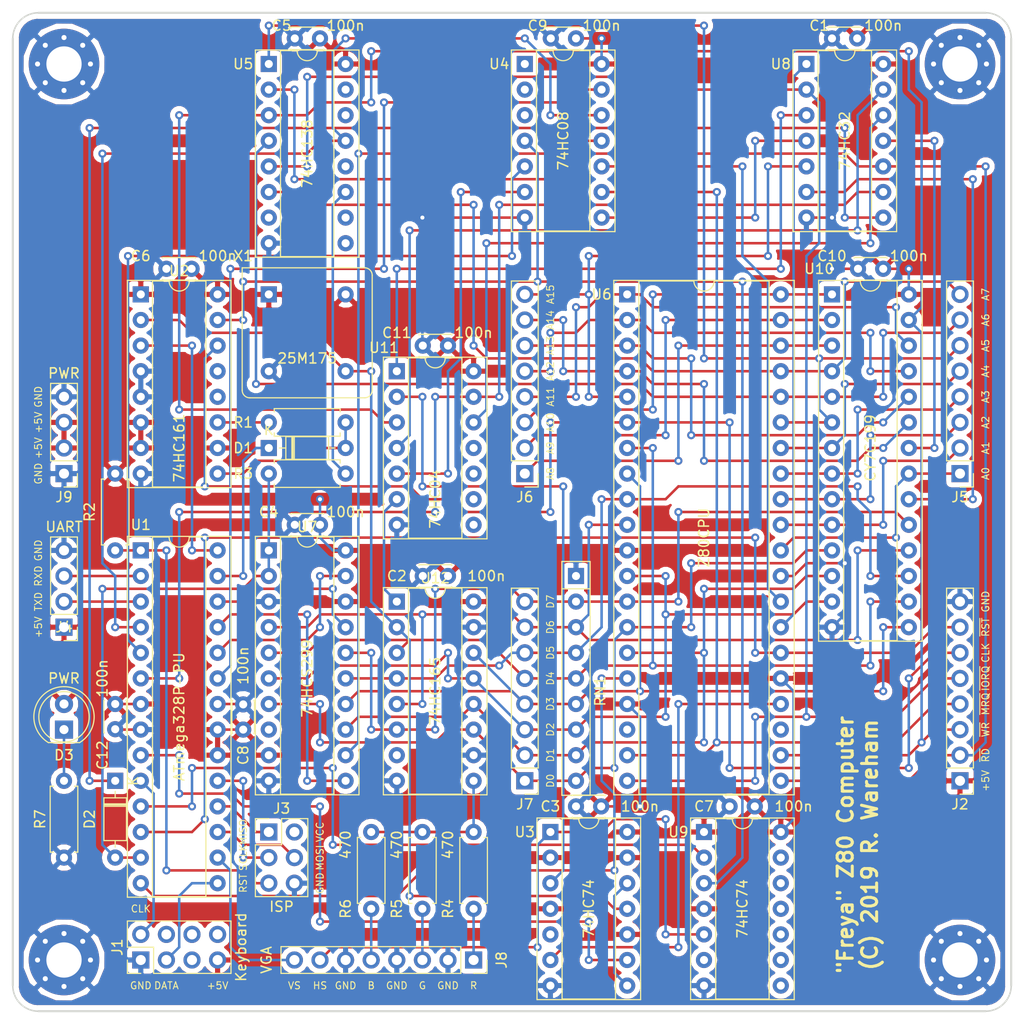
<source format=kicad_pcb>
(kicad_pcb (version 20171130) (host pcbnew 5.0.2+dfsg1-1)
  (layers (0 F.Cu signal) (31 B.Cu signal) (34 B.Paste user) (35 F.Paste user) (36 B.SilkS user) (37 F.SilkS user) (38 B.Mask user) (39 F.Mask user) (44 Edge.Cuts user))
  (net 0 "")
  (net 1 +5V)
  (net 2 GND)
  (net 3 /CLK_SEL)
  (net 4 "Net-(D1-Pad2)")
  (net 5 /~AVR_RD)
  (net 6 "Net-(D2-Pad1)")
  (net 7 /~RST)
  (net 8 /CLK_CPU)
  (net 9 /~IO_REQ)
  (net 10 /~MEM_REQ)
  (net 11 /~WR)
  (net 12 /~RD)
  (net 13 /ISP_MISO)
  (net 14 /ISP_SCLK)
  (net 15 /ISP_MOSI)
  (net 16 /ISP_RESET)
  (net 17 /TXD)
  (net 18 /RXD)
  (net 19 /A0)
  (net 20 /A1)
  (net 21 /A2)
  (net 22 /A3)
  (net 23 /A4)
  (net 24 /A5)
  (net 25 /A6)
  (net 26 /A7)
  (net 27 /A15)
  (net 28 /A14)
  (net 29 /A13)
  (net 30 /A12)
  (net 31 /A11)
  (net 32 /A10)
  (net 33 /A9)
  (net 34 /A8)
  (net 35 /D0)
  (net 36 /D1)
  (net 37 /D2)
  (net 38 /D3)
  (net 39 /D4)
  (net 40 /D5)
  (net 41 /D6)
  (net 42 /D7)
  (net 43 "Net-(J8-Pad1)")
  (net 44 "Net-(J8-Pad3)")
  (net 45 /HSYNC)
  (net 46 /VSYNC)
  (net 47 "Net-(R1-Pad2)")
  (net 48 "Net-(R3-Pad2)")
  (net 49 "Net-(R4-Pad2)")
  (net 50 /PS2_DATA)
  (net 51 /~AVR_WR)
  (net 52 /VIS_RAW)
  (net 53 /~AVR_OVR)
  (net 54 /CLK_AVR)
  (net 55 /SR_CLK)
  (net 56 /PS2_CLK)
  (net 57 /SR_MODE)
  (net 58 /HSYNC_RAW)
  (net 59 /SR_SER)
  (net 60 /SR_OUT)
  (net 61 /~INT)
  (net 62 /CLK_OVR)
  (net 63 /CLK_DOT)
  (net 64 /CHAR_TC)
  (net 65 /~WAIT)
  (net 66 "Net-(U3-Pad12)")
  (net 67 "Net-(U11-Pad2)")
  (net 68 "Net-(U4-Pad8)")
  (net 69 /~REFRESH)
  (net 70 "Net-(U4-Pad11)")
  (net 71 "Net-(U11-Pad5)")
  (net 72 /~M1)
  (net 73 "Net-(U11-Pad4)")
  (net 74 /~RAM_REQ)
  (net 75 "Net-(U11-Pad12)")
  (net 76 /~RAM_OE)
  (net 77 /~INTACK)
  (net 78 /~DPY_PL)
  (net 79 "Net-(J8-Pad5)")
  (net 80 "Net-(D3-Pad1)")
  (module Package_DIP:DIP-20_W7.62mm_Socket (layer F.Cu) (at 101.6 104.14)
    (fp_text reference U7 (at 3.81 -2.33) (layer F.SilkS))
    (fp_text value 74HCS299 (at 3.81 12.7 90) (layer F.SilkS))
    (pad 1 thru_hole rect (at 0 0) (size 1.6 1.6) (drill 0.8) (layers *.Cu *.Mask) (net 5 /~AVR_RD))
    (pad 11 thru_hole oval (at 7.62 22.86) (size 1.6 1.6) (drill 0.8) (layers *.Cu *.Mask) (net 59 /SR_SER))
    (pad 2 thru_hole oval (at 0 2.54) (size 1.6 1.6) (drill 0.8) (layers *.Cu *.Mask) (net 5 /~AVR_RD))
    (pad 12 thru_hole oval (at 7.62 20.32) (size 1.6 1.6) (drill 0.8) (layers *.Cu *.Mask) (net 70 "Net-(U4-Pad11)"))
    (pad 3 thru_hole oval (at 0 5.08) (size 1.6 1.6) (drill 0.8) (layers *.Cu *.Mask) (net 2 GND))
    (pad 13 thru_hole oval (at 7.62 17.78) (size 1.6 1.6) (drill 0.8) (layers *.Cu *.Mask) (net 36 /D1))
    (pad 4 thru_hole oval (at 0 7.62) (size 1.6 1.6) (drill 0.8) (layers *.Cu *.Mask) (net 41 /D6))
    (pad 14 thru_hole oval (at 7.62 15.24) (size 1.6 1.6) (drill 0.8) (layers *.Cu *.Mask) (net 38 /D3))
    (pad 5 thru_hole oval (at 0 10.16) (size 1.6 1.6) (drill 0.8) (layers *.Cu *.Mask) (net 39 /D4))
    (pad 15 thru_hole oval (at 7.62 12.7) (size 1.6 1.6) (drill 0.8) (layers *.Cu *.Mask) (net 40 /D5))
    (pad 6 thru_hole oval (at 0 12.7) (size 1.6 1.6) (drill 0.8) (layers *.Cu *.Mask) (net 37 /D2))
    (pad 16 thru_hole oval (at 7.62 10.16) (size 1.6 1.6) (drill 0.8) (layers *.Cu *.Mask) (net 42 /D7))
    (pad 7 thru_hole oval (at 0 15.24) (size 1.6 1.6) (drill 0.8) (layers *.Cu *.Mask) (net 35 /D0))
    (pad 17 thru_hole oval (at 7.62 7.62) (size 1.6 1.6) (drill 0.8) (layers *.Cu *.Mask) (net 60 /SR_OUT))
    (pad 8 thru_hole oval (at 0 17.78) (size 1.6 1.6) (drill 0.8) (layers *.Cu *.Mask))
    (pad 18 thru_hole oval (at 7.62 5.08) (size 1.6 1.6) (drill 0.8) (layers *.Cu *.Mask) (net 1 +5V))
    (pad 9 thru_hole oval (at 0 20.32) (size 1.6 1.6) (drill 0.8) (layers *.Cu *.Mask) (net 1 +5V))
    (pad 19 thru_hole oval (at 7.62 2.54) (size 1.6 1.6) (drill 0.8) (layers *.Cu *.Mask) (net 57 /SR_MODE))
    (pad 10 thru_hole oval (at 0 22.86) (size 1.6 1.6) (drill 0.8) (layers *.Cu *.Mask) (net 2 GND))
    (pad 20 thru_hole oval (at 7.62 0) (size 1.6 1.6) (drill 0.8) (layers *.Cu *.Mask) (net 1 +5V))
  )
  (module Package_DIP:DIP-40_W15.24mm_Socket (layer F.Cu) (at 137.16 78.74)
    (fp_text reference U6 (at -2.54 0) (layer F.SilkS))
    (fp_text value Z80CPU (at 7.62 24.13 90) (layer F.SilkS))
    (pad 1 thru_hole rect (at 0 0) (size 1.6 1.6) (drill 0.8) (layers *.Cu *.Mask) (net 31 /A11))
    (pad 21 thru_hole oval (at 15.24 48.26) (size 1.6 1.6) (drill 0.8) (layers *.Cu *.Mask) (net 12 /~RD))
    (pad 2 thru_hole oval (at 0 2.54) (size 1.6 1.6) (drill 0.8) (layers *.Cu *.Mask) (net 30 /A12))
    (pad 22 thru_hole oval (at 15.24 45.72) (size 1.6 1.6) (drill 0.8) (layers *.Cu *.Mask) (net 11 /~WR))
    (pad 3 thru_hole oval (at 0 5.08) (size 1.6 1.6) (drill 0.8) (layers *.Cu *.Mask) (net 29 /A13))
    (pad 23 thru_hole oval (at 15.24 43.18) (size 1.6 1.6) (drill 0.8) (layers *.Cu *.Mask))
    (pad 4 thru_hole oval (at 0 7.62) (size 1.6 1.6) (drill 0.8) (layers *.Cu *.Mask) (net 28 /A14))
    (pad 24 thru_hole oval (at 15.24 40.64) (size 1.6 1.6) (drill 0.8) (layers *.Cu *.Mask) (net 65 /~WAIT))
    (pad 5 thru_hole oval (at 0 10.16) (size 1.6 1.6) (drill 0.8) (layers *.Cu *.Mask) (net 27 /A15))
    (pad 25 thru_hole oval (at 15.24 38.1) (size 1.6 1.6) (drill 0.8) (layers *.Cu *.Mask) (net 1 +5V))
    (pad 6 thru_hole oval (at 0 12.7) (size 1.6 1.6) (drill 0.8) (layers *.Cu *.Mask) (net 8 /CLK_CPU))
    (pad 26 thru_hole oval (at 15.24 35.56) (size 1.6 1.6) (drill 0.8) (layers *.Cu *.Mask) (net 7 /~RST))
    (pad 7 thru_hole oval (at 0 15.24) (size 1.6 1.6) (drill 0.8) (layers *.Cu *.Mask) (net 39 /D4))
    (pad 27 thru_hole oval (at 15.24 33.02) (size 1.6 1.6) (drill 0.8) (layers *.Cu *.Mask) (net 72 /~M1))
    (pad 8 thru_hole oval (at 0 17.78) (size 1.6 1.6) (drill 0.8) (layers *.Cu *.Mask) (net 38 /D3))
    (pad 28 thru_hole oval (at 15.24 30.48) (size 1.6 1.6) (drill 0.8) (layers *.Cu *.Mask) (net 69 /~REFRESH))
    (pad 9 thru_hole oval (at 0 20.32) (size 1.6 1.6) (drill 0.8) (layers *.Cu *.Mask) (net 40 /D5))
    (pad 29 thru_hole oval (at 15.24 27.94) (size 1.6 1.6) (drill 0.8) (layers *.Cu *.Mask) (net 2 GND))
    (pad 10 thru_hole oval (at 0 22.86) (size 1.6 1.6) (drill 0.8) (layers *.Cu *.Mask) (net 41 /D6))
    (pad 30 thru_hole oval (at 15.24 25.4) (size 1.6 1.6) (drill 0.8) (layers *.Cu *.Mask) (net 19 /A0))
    (pad 11 thru_hole oval (at 0 25.4) (size 1.6 1.6) (drill 0.8) (layers *.Cu *.Mask) (net 1 +5V))
    (pad 31 thru_hole oval (at 15.24 22.86) (size 1.6 1.6) (drill 0.8) (layers *.Cu *.Mask) (net 20 /A1))
    (pad 12 thru_hole oval (at 0 27.94) (size 1.6 1.6) (drill 0.8) (layers *.Cu *.Mask) (net 37 /D2))
    (pad 32 thru_hole oval (at 15.24 20.32) (size 1.6 1.6) (drill 0.8) (layers *.Cu *.Mask) (net 21 /A2))
    (pad 13 thru_hole oval (at 0 30.48) (size 1.6 1.6) (drill 0.8) (layers *.Cu *.Mask) (net 42 /D7))
    (pad 33 thru_hole oval (at 15.24 17.78) (size 1.6 1.6) (drill 0.8) (layers *.Cu *.Mask) (net 22 /A3))
    (pad 14 thru_hole oval (at 0 33.02) (size 1.6 1.6) (drill 0.8) (layers *.Cu *.Mask) (net 35 /D0))
    (pad 34 thru_hole oval (at 15.24 15.24) (size 1.6 1.6) (drill 0.8) (layers *.Cu *.Mask) (net 23 /A4))
    (pad 15 thru_hole oval (at 0 35.56) (size 1.6 1.6) (drill 0.8) (layers *.Cu *.Mask) (net 36 /D1))
    (pad 35 thru_hole oval (at 15.24 12.7) (size 1.6 1.6) (drill 0.8) (layers *.Cu *.Mask) (net 24 /A5))
    (pad 16 thru_hole oval (at 0 38.1) (size 1.6 1.6) (drill 0.8) (layers *.Cu *.Mask) (net 61 /~INT))
    (pad 36 thru_hole oval (at 15.24 10.16) (size 1.6 1.6) (drill 0.8) (layers *.Cu *.Mask) (net 25 /A6))
    (pad 17 thru_hole oval (at 0 40.64) (size 1.6 1.6) (drill 0.8) (layers *.Cu *.Mask) (net 1 +5V))
    (pad 37 thru_hole oval (at 15.24 7.62) (size 1.6 1.6) (drill 0.8) (layers *.Cu *.Mask) (net 26 /A7))
    (pad 18 thru_hole oval (at 0 43.18) (size 1.6 1.6) (drill 0.8) (layers *.Cu *.Mask))
    (pad 38 thru_hole oval (at 15.24 5.08) (size 1.6 1.6) (drill 0.8) (layers *.Cu *.Mask) (net 34 /A8))
    (pad 19 thru_hole oval (at 0 45.72) (size 1.6 1.6) (drill 0.8) (layers *.Cu *.Mask) (net 10 /~MEM_REQ))
    (pad 39 thru_hole oval (at 15.24 2.54) (size 1.6 1.6) (drill 0.8) (layers *.Cu *.Mask) (net 33 /A9))
    (pad 20 thru_hole oval (at 0 48.26) (size 1.6 1.6) (drill 0.8) (layers *.Cu *.Mask) (net 9 /~IO_REQ))
    (pad 40 thru_hole oval (at 15.24 0) (size 1.6 1.6) (drill 0.8) (layers *.Cu *.Mask) (net 32 /A10))
  )
  (module Package_DIP:DIP-16_W7.62mm_Socket (layer F.Cu) (at 114.3 109.22)
    (fp_text reference U12 (at 3.81 -2.33) (layer F.SilkS))
    (fp_text value 74HC165 (at 3.81 8.89 90) (layer F.SilkS))
    (pad 16 thru_hole oval (at 7.62 0) (size 1.6 1.6) (drill 0.8) (layers *.Cu *.Mask) (net 1 +5V))
    (pad 8 thru_hole oval (at 0 17.78) (size 1.6 1.6) (drill 0.8) (layers *.Cu *.Mask) (net 2 GND))
    (pad 15 thru_hole oval (at 7.62 2.54) (size 1.6 1.6) (drill 0.8) (layers *.Cu *.Mask) (net 2 GND))
    (pad 7 thru_hole oval (at 0 15.24) (size 1.6 1.6) (drill 0.8) (layers *.Cu *.Mask))
    (pad 14 thru_hole oval (at 7.62 5.08) (size 1.6 1.6) (drill 0.8) (layers *.Cu *.Mask) (net 38 /D3))
    (pad 6 thru_hole oval (at 0 12.7) (size 1.6 1.6) (drill 0.8) (layers *.Cu *.Mask) (net 42 /D7))
    (pad 13 thru_hole oval (at 7.62 7.62) (size 1.6 1.6) (drill 0.8) (layers *.Cu *.Mask) (net 37 /D2))
    (pad 5 thru_hole oval (at 0 10.16) (size 1.6 1.6) (drill 0.8) (layers *.Cu *.Mask) (net 41 /D6))
    (pad 12 thru_hole oval (at 7.62 10.16) (size 1.6 1.6) (drill 0.8) (layers *.Cu *.Mask) (net 36 /D1))
    (pad 4 thru_hole oval (at 0 7.62) (size 1.6 1.6) (drill 0.8) (layers *.Cu *.Mask) (net 40 /D5))
    (pad 11 thru_hole oval (at 7.62 12.7) (size 1.6 1.6) (drill 0.8) (layers *.Cu *.Mask) (net 35 /D0))
    (pad 3 thru_hole oval (at 0 5.08) (size 1.6 1.6) (drill 0.8) (layers *.Cu *.Mask) (net 39 /D4))
    (pad 10 thru_hole oval (at 7.62 15.24) (size 1.6 1.6) (drill 0.8) (layers *.Cu *.Mask) (net 2 GND))
    (pad 2 thru_hole oval (at 0 2.54) (size 1.6 1.6) (drill 0.8) (layers *.Cu *.Mask) (net 63 /CLK_DOT))
    (pad 9 thru_hole oval (at 7.62 17.78) (size 1.6 1.6) (drill 0.8) (layers *.Cu *.Mask) (net 49 "Net-(R4-Pad2)"))
    (pad 1 thru_hole rect (at 0 0) (size 1.6 1.6) (drill 0.8) (layers *.Cu *.Mask) (net 78 /~DPY_PL))
  )
  (module Package_DIP:DIP-14_W7.62mm_Socket (layer F.Cu) (at 127 55.88)
    (fp_text reference U4 (at -2.54 0) (layer F.SilkS))
    (fp_text value 74HC08 (at 3.81 7.62 90) (layer F.SilkS))
    (pad 1 thru_hole rect (at 0 0) (size 1.6 1.6) (drill 0.8) (layers *.Cu *.Mask))
    (pad 8 thru_hole oval (at 7.62 15.24) (size 1.6 1.6) (drill 0.8) (layers *.Cu *.Mask) (net 68 "Net-(U4-Pad8)"))
    (pad 2 thru_hole oval (at 0 2.54) (size 1.6 1.6) (drill 0.8) (layers *.Cu *.Mask))
    (pad 9 thru_hole oval (at 7.62 12.7) (size 1.6 1.6) (drill 0.8) (layers *.Cu *.Mask) (net 10 /~MEM_REQ))
    (pad 3 thru_hole oval (at 0 5.08) (size 1.6 1.6) (drill 0.8) (layers *.Cu *.Mask))
    (pad 10 thru_hole oval (at 7.62 10.16) (size 1.6 1.6) (drill 0.8) (layers *.Cu *.Mask) (net 69 /~REFRESH))
    (pad 4 thru_hole oval (at 0 7.62) (size 1.6 1.6) (drill 0.8) (layers *.Cu *.Mask) (net 64 /CHAR_TC))
    (pad 11 thru_hole oval (at 7.62 7.62) (size 1.6 1.6) (drill 0.8) (layers *.Cu *.Mask) (net 70 "Net-(U4-Pad11)"))
    (pad 5 thru_hole oval (at 0 10.16) (size 1.6 1.6) (drill 0.8) (layers *.Cu *.Mask) (net 52 /VIS_RAW))
    (pad 12 thru_hole oval (at 7.62 5.08) (size 1.6 1.6) (drill 0.8) (layers *.Cu *.Mask) (net 51 /~AVR_WR))
    (pad 6 thru_hole oval (at 0 12.7) (size 1.6 1.6) (drill 0.8) (layers *.Cu *.Mask) (net 71 "Net-(U11-Pad5)"))
    (pad 13 thru_hole oval (at 7.62 2.54) (size 1.6 1.6) (drill 0.8) (layers *.Cu *.Mask) (net 55 /SR_CLK))
    (pad 7 thru_hole oval (at 0 15.24) (size 1.6 1.6) (drill 0.8) (layers *.Cu *.Mask) (net 2 GND))
    (pad 14 thru_hole oval (at 7.62 0) (size 1.6 1.6) (drill 0.8) (layers *.Cu *.Mask) (net 1 +5V))
  )
  (module Package_DIP:DIP-28_W7.62mm_Socket (layer F.Cu) (at 157.48 78.74)
    (fp_text reference U10 (at -1.27 -2.54 180) (layer F.SilkS))
    (fp_text value CY7C199 (at 3.81 15.24 90) (layer F.SilkS))
    (pad 1 thru_hole rect (at 0 0) (size 1.6 1.6) (drill 0.8) (layers *.Cu *.Mask) (net 32 /A10))
    (pad 15 thru_hole oval (at 7.62 33.02) (size 1.6 1.6) (drill 0.8) (layers *.Cu *.Mask) (net 38 /D3))
    (pad 2 thru_hole oval (at 0 2.54) (size 1.6 1.6) (drill 0.8) (layers *.Cu *.Mask) (net 33 /A9))
    (pad 16 thru_hole oval (at 7.62 30.48) (size 1.6 1.6) (drill 0.8) (layers *.Cu *.Mask) (net 39 /D4))
    (pad 3 thru_hole oval (at 0 5.08) (size 1.6 1.6) (drill 0.8) (layers *.Cu *.Mask) (net 34 /A8))
    (pad 17 thru_hole oval (at 7.62 27.94) (size 1.6 1.6) (drill 0.8) (layers *.Cu *.Mask) (net 40 /D5))
    (pad 4 thru_hole oval (at 0 7.62) (size 1.6 1.6) (drill 0.8) (layers *.Cu *.Mask) (net 26 /A7))
    (pad 18 thru_hole oval (at 7.62 25.4) (size 1.6 1.6) (drill 0.8) (layers *.Cu *.Mask) (net 41 /D6))
    (pad 5 thru_hole oval (at 0 10.16) (size 1.6 1.6) (drill 0.8) (layers *.Cu *.Mask) (net 25 /A6))
    (pad 19 thru_hole oval (at 7.62 22.86) (size 1.6 1.6) (drill 0.8) (layers *.Cu *.Mask) (net 42 /D7))
    (pad 6 thru_hole oval (at 0 12.7) (size 1.6 1.6) (drill 0.8) (layers *.Cu *.Mask) (net 24 /A5))
    (pad 20 thru_hole oval (at 7.62 20.32) (size 1.6 1.6) (drill 0.8) (layers *.Cu *.Mask) (net 74 /~RAM_REQ))
    (pad 7 thru_hole oval (at 0 15.24) (size 1.6 1.6) (drill 0.8) (layers *.Cu *.Mask) (net 23 /A4))
    (pad 21 thru_hole oval (at 7.62 17.78) (size 1.6 1.6) (drill 0.8) (layers *.Cu *.Mask) (net 19 /A0))
    (pad 8 thru_hole oval (at 0 17.78) (size 1.6 1.6) (drill 0.8) (layers *.Cu *.Mask) (net 22 /A3))
    (pad 22 thru_hole oval (at 7.62 15.24) (size 1.6 1.6) (drill 0.8) (layers *.Cu *.Mask) (net 76 /~RAM_OE))
    (pad 9 thru_hole oval (at 0 20.32) (size 1.6 1.6) (drill 0.8) (layers *.Cu *.Mask) (net 21 /A2))
    (pad 23 thru_hole oval (at 7.62 12.7) (size 1.6 1.6) (drill 0.8) (layers *.Cu *.Mask) (net 28 /A14))
    (pad 10 thru_hole oval (at 0 22.86) (size 1.6 1.6) (drill 0.8) (layers *.Cu *.Mask) (net 20 /A1))
    (pad 24 thru_hole oval (at 7.62 10.16) (size 1.6 1.6) (drill 0.8) (layers *.Cu *.Mask) (net 29 /A13))
    (pad 11 thru_hole oval (at 0 25.4) (size 1.6 1.6) (drill 0.8) (layers *.Cu *.Mask) (net 35 /D0))
    (pad 25 thru_hole oval (at 7.62 7.62) (size 1.6 1.6) (drill 0.8) (layers *.Cu *.Mask) (net 30 /A12))
    (pad 12 thru_hole oval (at 0 27.94) (size 1.6 1.6) (drill 0.8) (layers *.Cu *.Mask) (net 36 /D1))
    (pad 26 thru_hole oval (at 7.62 5.08) (size 1.6 1.6) (drill 0.8) (layers *.Cu *.Mask) (net 31 /A11))
    (pad 13 thru_hole oval (at 0 30.48) (size 1.6 1.6) (drill 0.8) (layers *.Cu *.Mask) (net 37 /D2))
    (pad 27 thru_hole oval (at 7.62 2.54) (size 1.6 1.6) (drill 0.8) (layers *.Cu *.Mask) (net 11 /~WR))
    (pad 14 thru_hole oval (at 0 33.02) (size 1.6 1.6) (drill 0.8) (layers *.Cu *.Mask) (net 2 GND))
    (pad 28 thru_hole oval (at 7.62 0) (size 1.6 1.6) (drill 0.8) (layers *.Cu *.Mask) (net 1 +5V))
  )
  (module Package_DIP:DIP-16_W7.62mm_Socket (layer F.Cu) (at 88.9 78.74)
    (fp_text reference U2 (at 3.81 -2.33) (layer F.SilkS))
    (fp_text value 74HC161 (at 3.81 15.24 90) (layer F.SilkS))
    (pad 1 thru_hole rect (at 0 0) (size 1.6 1.6) (drill 0.8) (layers *.Cu *.Mask) (net 1 +5V))
    (pad 9 thru_hole oval (at 7.62 17.78) (size 1.6 1.6) (drill 0.8) (layers *.Cu *.Mask) (net 4 "Net-(D1-Pad2)"))
    (pad 2 thru_hole oval (at 0 2.54) (size 1.6 1.6) (drill 0.8) (layers *.Cu *.Mask) (net 63 /CLK_DOT))
    (pad 10 thru_hole oval (at 7.62 15.24) (size 1.6 1.6) (drill 0.8) (layers *.Cu *.Mask) (net 1 +5V))
    (pad 3 thru_hole oval (at 0 5.08) (size 1.6 1.6) (drill 0.8) (layers *.Cu *.Mask) (net 62 /CLK_OVR))
    (pad 11 thru_hole oval (at 7.62 12.7) (size 1.6 1.6) (drill 0.8) (layers *.Cu *.Mask) (net 47 "Net-(R1-Pad2)"))
    (pad 4 thru_hole oval (at 0 7.62) (size 1.6 1.6) (drill 0.8) (layers *.Cu *.Mask) (net 2 GND))
    (pad 12 thru_hole oval (at 7.62 10.16) (size 1.6 1.6) (drill 0.8) (layers *.Cu *.Mask))
    (pad 5 thru_hole oval (at 0 10.16) (size 1.6 1.6) (drill 0.8) (layers *.Cu *.Mask) (net 2 GND))
    (pad 13 thru_hole oval (at 7.62 7.62) (size 1.6 1.6) (drill 0.8) (layers *.Cu *.Mask))
    (pad 6 thru_hole oval (at 0 12.7) (size 1.6 1.6) (drill 0.8) (layers *.Cu *.Mask) (net 1 +5V))
    (pad 14 thru_hole oval (at 7.62 5.08) (size 1.6 1.6) (drill 0.8) (layers *.Cu *.Mask) (net 8 /CLK_CPU))
    (pad 7 thru_hole oval (at 0 15.24) (size 1.6 1.6) (drill 0.8) (layers *.Cu *.Mask) (net 1 +5V))
    (pad 15 thru_hole oval (at 7.62 2.54) (size 1.6 1.6) (drill 0.8) (layers *.Cu *.Mask) (net 64 /CHAR_TC))
    (pad 8 thru_hole oval (at 0 17.78) (size 1.6 1.6) (drill 0.8) (layers *.Cu *.Mask) (net 2 GND))
    (pad 16 thru_hole oval (at 7.62 0) (size 1.6 1.6) (drill 0.8) (layers *.Cu *.Mask) (net 1 +5V))
  )
  (module Capacitor_THT:C_Disc_D3.0mm_W2.0mm_P2.50mm (layer F.Cu) (at 159.98 53.34 180)
    (fp_text reference C1 (at 3.77 1.27 180) (layer F.SilkS))
    (fp_text value 100n (at -2.58 1.27 180) (layer F.SilkS))
    (pad 1 thru_hole circle (at 0 0 180) (size 1.6 1.6) (drill 0.8) (layers *.Cu *.Mask) (net 1 +5V))
    (pad 2 thru_hole circle (at 2.5 0 180) (size 1.6 1.6) (drill 0.8) (layers *.Cu *.Mask) (net 2 GND))
  )
  (module Capacitor_THT:C_Disc_D3.0mm_W2.0mm_P2.50mm (layer F.Cu) (at 119.38 106.68 180)
    (fp_text reference C2 (at 5.08 0 180) (layer F.SilkS))
    (fp_text value 100n (at -3.81 0 180) (layer F.SilkS))
    (pad 2 thru_hole circle (at 2.5 0 180) (size 1.6 1.6) (drill 0.8) (layers *.Cu *.Mask) (net 2 GND))
    (pad 1 thru_hole circle (at 0 0 180) (size 1.6 1.6) (drill 0.8) (layers *.Cu *.Mask) (net 1 +5V))
  )
  (module Capacitor_THT:C_Disc_D3.0mm_W2.0mm_P2.50mm (layer F.Cu) (at 134.58 129.54 180)
    (fp_text reference C3 (at 5.04 0 180) (layer F.SilkS))
    (fp_text value 100n (at -3.85 0 180) (layer F.SilkS))
    (pad 2 thru_hole circle (at 2.5 0 180) (size 1.6 1.6) (drill 0.8) (layers *.Cu *.Mask) (net 2 GND))
    (pad 1 thru_hole circle (at 0 0 180) (size 1.6 1.6) (drill 0.8) (layers *.Cu *.Mask) (net 1 +5V))
  )
  (module Capacitor_THT:C_Disc_D3.0mm_W2.0mm_P2.50mm (layer F.Cu) (at 106.68 101.6 180)
    (fp_text reference C4 (at 5.08 1.27 180) (layer F.SilkS))
    (fp_text value 100n (at -2.54 1.27 180) (layer F.SilkS))
    (pad 2 thru_hole circle (at 2.5 0 180) (size 1.6 1.6) (drill 0.8) (layers *.Cu *.Mask) (net 2 GND))
    (pad 1 thru_hole circle (at 0 0 180) (size 1.6 1.6) (drill 0.8) (layers *.Cu *.Mask) (net 1 +5V))
  )
  (module Capacitor_THT:C_Disc_D3.0mm_W2.0mm_P2.50mm (layer F.Cu) (at 106.68 53.34 180)
    (fp_text reference C5 (at 3.81 1.27 180) (layer F.SilkS))
    (fp_text value 100n (at -2.54 1.27 180) (layer F.SilkS))
    (pad 2 thru_hole circle (at 2.5 0 180) (size 1.6 1.6) (drill 0.8) (layers *.Cu *.Mask) (net 2 GND))
    (pad 1 thru_hole circle (at 0 0 180) (size 1.6 1.6) (drill 0.8) (layers *.Cu *.Mask) (net 1 +5V))
  )
  (module Capacitor_THT:C_Disc_D3.0mm_W2.0mm_P2.50mm (layer F.Cu) (at 93.94 76.2 180)
    (fp_text reference C6 (at 5.04 1.27 180) (layer F.SilkS))
    (fp_text value 100n (at -2.58 1.27 180) (layer F.SilkS))
    (pad 2 thru_hole circle (at 2.5 0 180) (size 1.6 1.6) (drill 0.8) (layers *.Cu *.Mask) (net 2 GND))
    (pad 1 thru_hole circle (at 0 0 180) (size 1.6 1.6) (drill 0.8) (layers *.Cu *.Mask) (net 1 +5V))
  )
  (module Capacitor_THT:C_Disc_D3.0mm_W2.0mm_P2.50mm (layer F.Cu) (at 149.82 129.54 180)
    (fp_text reference C7 (at 5.04 0 180) (layer F.SilkS))
    (fp_text value 100n (at -3.85 0 180) (layer F.SilkS))
    (pad 2 thru_hole circle (at 2.5 0 180) (size 1.6 1.6) (drill 0.8) (layers *.Cu *.Mask) (net 2 GND))
    (pad 1 thru_hole circle (at 0 0 180) (size 1.6 1.6) (drill 0.8) (layers *.Cu *.Mask) (net 1 +5V))
  )
  (module Capacitor_THT:C_Disc_D3.0mm_W2.0mm_P2.50mm (layer F.Cu) (at 99.06 121.92 90)
    (fp_text reference C8 (at -2.54 0 90) (layer F.SilkS))
    (fp_text value 100n (at 6.35 0 90) (layer F.SilkS))
    (pad 1 thru_hole circle (at 0 0 90) (size 1.6 1.6) (drill 0.8) (layers *.Cu *.Mask) (net 1 +5V))
    (pad 2 thru_hole circle (at 2.5 0 90) (size 1.6 1.6) (drill 0.8) (layers *.Cu *.Mask) (net 2 GND))
  )
  (module Capacitor_THT:C_Disc_D3.0mm_W2.0mm_P2.50mm (layer F.Cu) (at 132.08 53.34 180)
    (fp_text reference C9 (at 3.81 1.27 180) (layer F.SilkS))
    (fp_text value 100n (at -2.54 1.27 180) (layer F.SilkS))
    (pad 1 thru_hole circle (at 0 0 180) (size 1.6 1.6) (drill 0.8) (layers *.Cu *.Mask) (net 1 +5V))
    (pad 2 thru_hole circle (at 2.5 0 180) (size 1.6 1.6) (drill 0.8) (layers *.Cu *.Mask) (net 2 GND))
  )
  (module Capacitor_THT:C_Disc_D3.0mm_W2.0mm_P2.50mm (layer F.Cu) (at 162.56 76.2 180)
    (fp_text reference C10 (at 5.08 1.27 180) (layer F.SilkS))
    (fp_text value 100n (at -2.54 1.27 180) (layer F.SilkS))
    (pad 1 thru_hole circle (at 0 0 180) (size 1.6 1.6) (drill 0.8) (layers *.Cu *.Mask) (net 1 +5V))
    (pad 2 thru_hole circle (at 2.5 0 180) (size 1.6 1.6) (drill 0.8) (layers *.Cu *.Mask) (net 2 GND))
  )
  (module Capacitor_THT:C_Disc_D3.0mm_W2.0mm_P2.50mm (layer F.Cu) (at 119.38 83.82 180)
    (fp_text reference C11 (at 5.08 1.27 180) (layer F.SilkS))
    (fp_text value 100n (at -2.54 1.27 180) (layer F.SilkS))
    (pad 1 thru_hole circle (at 0 0 180) (size 1.6 1.6) (drill 0.8) (layers *.Cu *.Mask) (net 1 +5V))
    (pad 2 thru_hole circle (at 2.5 0 180) (size 1.6 1.6) (drill 0.8) (layers *.Cu *.Mask) (net 2 GND))
  )
  (module Capacitor_THT:C_Disc_D3.0mm_W2.0mm_P2.50mm (layer F.Cu) (at 86.36 119.38 270)
    (fp_text reference C12 (at 5.08 1.27 270) (layer F.SilkS))
    (fp_text value 100n (at -2.54 1.27 270) (layer F.SilkS))
    (pad 1 thru_hole circle (at 0 0 270) (size 1.6 1.6) (drill 0.8) (layers *.Cu *.Mask) (net 1 +5V))
    (pad 2 thru_hole circle (at 2.5 0 270) (size 1.6 1.6) (drill 0.8) (layers *.Cu *.Mask) (net 2 GND))
  )
  (module Diode_THT:D_DO-35_SOD27_P7.62mm_Horizontal (layer F.Cu) (at 101.6 93.98)
    (fp_text reference D1 (at -2.54 0) (layer F.SilkS))
    (fp_text value 1N4148)
    (fp_text user K (at 0 -1.8) (layer F.SilkS))
    (pad 1 thru_hole rect (at 0 0) (size 1.6 1.6) (drill 0.8) (layers *.Cu *.Mask) (net 3 /CLK_SEL))
    (pad 2 thru_hole oval (at 7.62 0) (size 1.6 1.6) (drill 0.8) (layers *.Cu *.Mask) (net 4 "Net-(D1-Pad2)"))
  )
  (module Diode_THT:D_DO-35_SOD27_P7.62mm_Horizontal (layer F.Cu) (at 86.36 127 270)
    (fp_text reference D2 (at 3.81 2.54 270) (layer F.SilkS))
    (fp_text value 1N4148)
    (fp_text user K (at 0 -1.8 270) (layer F.SilkS))
    (pad 2 thru_hole oval (at 7.62 0 270) (size 1.6 1.6) (drill 0.8) (layers *.Cu *.Mask) (net 5 /~AVR_RD))
    (pad 1 thru_hole rect (at 0 0 270) (size 1.6 1.6) (drill 0.8) (layers *.Cu *.Mask) (net 6 "Net-(D2-Pad1)"))
  )
  (module Connector_PinHeader_2.54mm:PinHeader_1x08_P2.54mm_Vertical (layer F.Cu) (at 170.18 127 180)
    (fp_text reference J2 (at 0 -2.33 180) (layer F.SilkS))
    (fp_text value CPU)
    (pad 8 thru_hole oval (at 0 17.78 180) (size 1.7 1.7) (drill 1) (layers *.Cu *.Mask) (net 2 GND))
    (pad 7 thru_hole oval (at 0 15.24 180) (size 1.7 1.7) (drill 1) (layers *.Cu *.Mask) (net 7 /~RST))
    (pad 6 thru_hole oval (at 0 12.7 180) (size 1.7 1.7) (drill 1) (layers *.Cu *.Mask) (net 8 /CLK_CPU))
    (pad 5 thru_hole oval (at 0 10.16 180) (size 1.7 1.7) (drill 1) (layers *.Cu *.Mask) (net 9 /~IO_REQ))
    (pad 4 thru_hole oval (at 0 7.62 180) (size 1.7 1.7) (drill 1) (layers *.Cu *.Mask) (net 10 /~MEM_REQ))
    (pad 3 thru_hole oval (at 0 5.08 180) (size 1.7 1.7) (drill 1) (layers *.Cu *.Mask) (net 11 /~WR))
    (pad 2 thru_hole oval (at 0 2.54 180) (size 1.7 1.7) (drill 1) (layers *.Cu *.Mask) (net 12 /~RD))
    (pad 1 thru_hole rect (at 0 0 180) (size 1.7 1.7) (drill 1) (layers *.Cu *.Mask) (net 1 +5V))
  )
  (module Connector_PinHeader_2.54mm:PinHeader_2x03_P2.54mm_Vertical (layer F.Cu) (at 101.6 132.08)
    (fp_text reference J3 (at 1.27 -2.33) (layer F.SilkS))
    (fp_text value ISP (at 1.27 7.41) (layer F.SilkS))
    (pad 1 thru_hole rect (at 0 0) (size 1.7 1.7) (drill 1) (layers *.Cu *.Mask) (net 13 /ISP_MISO))
    (pad 2 thru_hole oval (at 2.54 0) (size 1.7 1.7) (drill 1) (layers *.Cu *.Mask))
    (pad 3 thru_hole oval (at 0 2.54) (size 1.7 1.7) (drill 1) (layers *.Cu *.Mask) (net 14 /ISP_SCLK))
    (pad 4 thru_hole oval (at 2.54 2.54) (size 1.7 1.7) (drill 1) (layers *.Cu *.Mask) (net 15 /ISP_MOSI))
    (pad 5 thru_hole oval (at 0 5.08) (size 1.7 1.7) (drill 1) (layers *.Cu *.Mask) (net 16 /ISP_RESET))
    (pad 6 thru_hole oval (at 2.54 5.08) (size 1.7 1.7) (drill 1) (layers *.Cu *.Mask) (net 2 GND))
  )
  (module Connector_PinHeader_2.54mm:PinHeader_1x04_P2.54mm_Vertical (layer F.Cu) (at 81.28 111.76 180)
    (fp_text reference J4 (at 0 0 180) (layer F.SilkS))
    (fp_text value UART (at 0 9.95 180) (layer F.SilkS))
    (pad 1 thru_hole rect (at 0 0 180) (size 1.7 1.7) (drill 1) (layers *.Cu *.Mask) (net 1 +5V))
    (pad 2 thru_hole oval (at 0 2.54 180) (size 1.7 1.7) (drill 1) (layers *.Cu *.Mask) (net 17 /TXD))
    (pad 3 thru_hole oval (at 0 5.08 180) (size 1.7 1.7) (drill 1) (layers *.Cu *.Mask) (net 18 /RXD))
    (pad 4 thru_hole oval (at 0 7.62 180) (size 1.7 1.7) (drill 1) (layers *.Cu *.Mask) (net 2 GND))
  )
  (module Connector_PinHeader_2.54mm:PinHeader_1x08_P2.54mm_Vertical (layer F.Cu) (at 127 127 180)
    (fp_text reference J7 (at 0 -2.33 180) (layer F.SilkS))
    (fp_text value D[0..7])
    (pad 1 thru_hole rect (at 0 0 180) (size 1.7 1.7) (drill 1) (layers *.Cu *.Mask) (net 35 /D0))
    (pad 2 thru_hole oval (at 0 2.54 180) (size 1.7 1.7) (drill 1) (layers *.Cu *.Mask) (net 36 /D1))
    (pad 3 thru_hole oval (at 0 5.08 180) (size 1.7 1.7) (drill 1) (layers *.Cu *.Mask) (net 37 /D2))
    (pad 4 thru_hole oval (at 0 7.62 180) (size 1.7 1.7) (drill 1) (layers *.Cu *.Mask) (net 38 /D3))
    (pad 5 thru_hole oval (at 0 10.16 180) (size 1.7 1.7) (drill 1) (layers *.Cu *.Mask) (net 39 /D4))
    (pad 6 thru_hole oval (at 0 12.7 180) (size 1.7 1.7) (drill 1) (layers *.Cu *.Mask) (net 40 /D5))
    (pad 7 thru_hole oval (at 0 15.24 180) (size 1.7 1.7) (drill 1) (layers *.Cu *.Mask) (net 41 /D6))
    (pad 8 thru_hole oval (at 0 17.78 180) (size 1.7 1.7) (drill 1) (layers *.Cu *.Mask) (net 42 /D7))
  )
  (module Resistor_THT:R_Array_SIP9 (layer F.Cu) (at 132.08 106.68 270)
    (fp_text reference RN1 (at 11.43 -2.4 270) (layer F.SilkS))
    (fp_text value 220R)
    (pad 1 thru_hole rect (at 0 0 270) (size 1.6 1.6) (drill 0.8) (layers *.Cu *.Mask) (net 2 GND))
    (pad 2 thru_hole oval (at 2.54 0 270) (size 1.6 1.6) (drill 0.8) (layers *.Cu *.Mask) (net 42 /D7))
    (pad 3 thru_hole oval (at 5.08 0 270) (size 1.6 1.6) (drill 0.8) (layers *.Cu *.Mask) (net 41 /D6))
    (pad 4 thru_hole oval (at 7.62 0 270) (size 1.6 1.6) (drill 0.8) (layers *.Cu *.Mask) (net 40 /D5))
    (pad 5 thru_hole oval (at 10.16 0 270) (size 1.6 1.6) (drill 0.8) (layers *.Cu *.Mask) (net 39 /D4))
    (pad 6 thru_hole oval (at 12.7 0 270) (size 1.6 1.6) (drill 0.8) (layers *.Cu *.Mask) (net 38 /D3))
    (pad 7 thru_hole oval (at 15.24 0 270) (size 1.6 1.6) (drill 0.8) (layers *.Cu *.Mask) (net 37 /D2))
    (pad 8 thru_hole oval (at 17.78 0 270) (size 1.6 1.6) (drill 0.8) (layers *.Cu *.Mask) (net 36 /D1))
    (pad 9 thru_hole oval (at 20.32 0 270) (size 1.6 1.6) (drill 0.8) (layers *.Cu *.Mask) (net 35 /D0))
  )
  (module Package_DIP:DIP-14_W7.62mm_Socket (layer F.Cu) (at 129.54 132.08)
    (fp_text reference U3 (at -2.54 0) (layer F.SilkS))
    (fp_text value 74HC74 (at 3.81 7.62 90) (layer F.SilkS))
    (pad 14 thru_hole oval (at 7.62 0) (size 1.6 1.6) (drill 0.8) (layers *.Cu *.Mask) (net 1 +5V))
    (pad 7 thru_hole oval (at 0 15.24) (size 1.6 1.6) (drill 0.8) (layers *.Cu *.Mask) (net 2 GND))
    (pad 13 thru_hole oval (at 7.62 2.54) (size 1.6 1.6) (drill 0.8) (layers *.Cu *.Mask) (net 1 +5V))
    (pad 6 thru_hole oval (at 0 12.7) (size 1.6 1.6) (drill 0.8) (layers *.Cu *.Mask) (net 65 /~WAIT))
    (pad 12 thru_hole oval (at 7.62 5.08) (size 1.6 1.6) (drill 0.8) (layers *.Cu *.Mask) (net 66 "Net-(U3-Pad12)"))
    (pad 5 thru_hole oval (at 0 10.16) (size 1.6 1.6) (drill 0.8) (layers *.Cu *.Mask))
    (pad 11 thru_hole oval (at 7.62 7.62) (size 1.6 1.6) (drill 0.8) (layers *.Cu *.Mask) (net 63 /CLK_DOT))
    (pad 4 thru_hole oval (at 0 7.62) (size 1.6 1.6) (drill 0.8) (layers *.Cu *.Mask) (net 1 +5V))
    (pad 10 thru_hole oval (at 7.62 10.16) (size 1.6 1.6) (drill 0.8) (layers *.Cu *.Mask) (net 1 +5V))
    (pad 3 thru_hole oval (at 0 5.08) (size 1.6 1.6) (drill 0.8) (layers *.Cu *.Mask) (net 67 "Net-(U11-Pad2)"))
    (pad 9 thru_hole oval (at 7.62 12.7) (size 1.6 1.6) (drill 0.8) (layers *.Cu *.Mask) (net 54 /CLK_AVR))
    (pad 2 thru_hole oval (at 0 2.54) (size 1.6 1.6) (drill 0.8) (layers *.Cu *.Mask) (net 1 +5V))
    (pad 8 thru_hole oval (at 7.62 15.24) (size 1.6 1.6) (drill 0.8) (layers *.Cu *.Mask) (net 66 "Net-(U3-Pad12)"))
    (pad 1 thru_hole rect (at 0 0) (size 1.6 1.6) (drill 0.8) (layers *.Cu *.Mask) (net 45 /HSYNC))
  )
  (module Package_DIP:DIP-16_W7.62mm_Socket (layer F.Cu) (at 101.6 55.88)
    (fp_text reference U5 (at -2.54 0) (layer F.SilkS))
    (fp_text value 74HC138 (at 3.81 8.89 90) (layer F.SilkS))
    (pad 1 thru_hole rect (at 0 0) (size 1.6 1.6) (drill 0.8) (layers *.Cu *.Mask) (net 24 /A5))
    (pad 9 thru_hole oval (at 7.62 17.78) (size 1.6 1.6) (drill 0.8) (layers *.Cu *.Mask))
    (pad 2 thru_hole oval (at 0 2.54) (size 1.6 1.6) (drill 0.8) (layers *.Cu *.Mask) (net 12 /~RD))
    (pad 10 thru_hole oval (at 7.62 15.24) (size 1.6 1.6) (drill 0.8) (layers *.Cu *.Mask))
    (pad 3 thru_hole oval (at 0 5.08) (size 1.6 1.6) (drill 0.8) (layers *.Cu *.Mask) (net 11 /~WR))
    (pad 11 thru_hole oval (at 7.62 12.7) (size 1.6 1.6) (drill 0.8) (layers *.Cu *.Mask) (net 48 "Net-(R3-Pad2)"))
    (pad 4 thru_hole oval (at 0 7.62) (size 1.6 1.6) (drill 0.8) (layers *.Cu *.Mask) (net 25 /A6))
    (pad 12 thru_hole oval (at 7.62 10.16) (size 1.6 1.6) (drill 0.8) (layers *.Cu *.Mask))
    (pad 5 thru_hole oval (at 0 10.16) (size 1.6 1.6) (drill 0.8) (layers *.Cu *.Mask) (net 9 /~IO_REQ))
    (pad 13 thru_hole oval (at 7.62 7.62) (size 1.6 1.6) (drill 0.8) (layers *.Cu *.Mask) (net 51 /~AVR_WR))
    (pad 6 thru_hole oval (at 0 12.7) (size 1.6 1.6) (drill 0.8) (layers *.Cu *.Mask) (net 26 /A7))
    (pad 14 thru_hole oval (at 7.62 5.08) (size 1.6 1.6) (drill 0.8) (layers *.Cu *.Mask))
    (pad 7 thru_hole oval (at 0 15.24) (size 1.6 1.6) (drill 0.8) (layers *.Cu *.Mask))
    (pad 15 thru_hole oval (at 7.62 2.54) (size 1.6 1.6) (drill 0.8) (layers *.Cu *.Mask))
    (pad 8 thru_hole oval (at 0 17.78) (size 1.6 1.6) (drill 0.8) (layers *.Cu *.Mask) (net 2 GND))
    (pad 16 thru_hole oval (at 7.62 0) (size 1.6 1.6) (drill 0.8) (layers *.Cu *.Mask) (net 1 +5V))
  )
  (module Package_DIP:DIP-14_W7.62mm_Socket (layer F.Cu) (at 154.94 55.88)
    (fp_text reference U8 (at -2.54 0) (layer F.SilkS))
    (fp_text value 74HC32 (at 3.81 7.62 90) (layer F.SilkS))
    (pad 14 thru_hole oval (at 7.62 0) (size 1.6 1.6) (drill 0.8) (layers *.Cu *.Mask) (net 1 +5V))
    (pad 7 thru_hole oval (at 0 15.24) (size 1.6 1.6) (drill 0.8) (layers *.Cu *.Mask) (net 2 GND))
    (pad 13 thru_hole oval (at 7.62 2.54) (size 1.6 1.6) (drill 0.8) (layers *.Cu *.Mask) (net 73 "Net-(U11-Pad4)"))
    (pad 6 thru_hole oval (at 0 12.7) (size 1.6 1.6) (drill 0.8) (layers *.Cu *.Mask) (net 74 /~RAM_REQ))
    (pad 12 thru_hole oval (at 7.62 5.08) (size 1.6 1.6) (drill 0.8) (layers *.Cu *.Mask) (net 75 "Net-(U11-Pad12)"))
    (pad 5 thru_hole oval (at 0 10.16) (size 1.6 1.6) (drill 0.8) (layers *.Cu *.Mask) (net 27 /A15))
    (pad 11 thru_hole oval (at 7.62 7.62) (size 1.6 1.6) (drill 0.8) (layers *.Cu *.Mask) (net 76 /~RAM_OE))
    (pad 4 thru_hole oval (at 0 7.62) (size 1.6 1.6) (drill 0.8) (layers *.Cu *.Mask) (net 68 "Net-(U4-Pad8)"))
    (pad 10 thru_hole oval (at 7.62 10.16) (size 1.6 1.6) (drill 0.8) (layers *.Cu *.Mask) (net 12 /~RD))
    (pad 3 thru_hole oval (at 0 5.08) (size 1.6 1.6) (drill 0.8) (layers *.Cu *.Mask) (net 77 /~INTACK))
    (pad 9 thru_hole oval (at 7.62 12.7) (size 1.6 1.6) (drill 0.8) (layers *.Cu *.Mask) (net 53 /~AVR_OVR))
    (pad 2 thru_hole oval (at 0 2.54) (size 1.6 1.6) (drill 0.8) (layers *.Cu *.Mask) (net 9 /~IO_REQ))
    (pad 8 thru_hole oval (at 7.62 15.24) (size 1.6 1.6) (drill 0.8) (layers *.Cu *.Mask) (net 6 "Net-(D2-Pad1)"))
    (pad 1 thru_hole rect (at 0 0) (size 1.6 1.6) (drill 0.8) (layers *.Cu *.Mask) (net 72 /~M1))
  )
  (module Package_DIP:DIP-14_W7.62mm_Socket (layer F.Cu) (at 144.78 132.08)
    (fp_text reference U9 (at -2.54 0) (layer F.SilkS))
    (fp_text value 74HC74 (at 3.81 7.62 90) (layer F.SilkS))
    (pad 1 thru_hole rect (at 0 0) (size 1.6 1.6) (drill 0.8) (layers *.Cu *.Mask) (net 1 +5V))
    (pad 8 thru_hole oval (at 7.62 15.24) (size 1.6 1.6) (drill 0.8) (layers *.Cu *.Mask))
    (pad 2 thru_hole oval (at 0 2.54) (size 1.6 1.6) (drill 0.8) (layers *.Cu *.Mask) (net 58 /HSYNC_RAW))
    (pad 9 thru_hole oval (at 7.62 12.7) (size 1.6 1.6) (drill 0.8) (layers *.Cu *.Mask))
    (pad 3 thru_hole oval (at 0 5.08) (size 1.6 1.6) (drill 0.8) (layers *.Cu *.Mask) (net 64 /CHAR_TC))
    (pad 10 thru_hole oval (at 7.62 10.16) (size 1.6 1.6) (drill 0.8) (layers *.Cu *.Mask))
    (pad 4 thru_hole oval (at 0 7.62) (size 1.6 1.6) (drill 0.8) (layers *.Cu *.Mask) (net 1 +5V))
    (pad 11 thru_hole oval (at 7.62 7.62) (size 1.6 1.6) (drill 0.8) (layers *.Cu *.Mask))
    (pad 5 thru_hole oval (at 0 10.16) (size 1.6 1.6) (drill 0.8) (layers *.Cu *.Mask) (net 45 /HSYNC))
    (pad 12 thru_hole oval (at 7.62 5.08) (size 1.6 1.6) (drill 0.8) (layers *.Cu *.Mask))
    (pad 6 thru_hole oval (at 0 12.7) (size 1.6 1.6) (drill 0.8) (layers *.Cu *.Mask))
    (pad 13 thru_hole oval (at 7.62 2.54) (size 1.6 1.6) (drill 0.8) (layers *.Cu *.Mask))
    (pad 7 thru_hole oval (at 0 15.24) (size 1.6 1.6) (drill 0.8) (layers *.Cu *.Mask) (net 2 GND))
    (pad 14 thru_hole oval (at 7.62 0) (size 1.6 1.6) (drill 0.8) (layers *.Cu *.Mask) (net 1 +5V))
  )
  (module Package_DIP:DIP-14_W7.62mm_Socket (layer F.Cu) (at 114.3 86.36)
    (fp_text reference U11 (at -1.27 -2.33) (layer F.SilkS))
    (fp_text value 74HC04 (at 3.81 12.7 90) (layer F.SilkS))
    (pad 1 thru_hole rect (at 0 0) (size 1.6 1.6) (drill 0.8) (layers *.Cu *.Mask) (net 77 /~INTACK))
    (pad 8 thru_hole oval (at 7.62 15.24) (size 1.6 1.6) (drill 0.8) (layers *.Cu *.Mask))
    (pad 2 thru_hole oval (at 0 2.54) (size 1.6 1.6) (drill 0.8) (layers *.Cu *.Mask) (net 67 "Net-(U11-Pad2)"))
    (pad 9 thru_hole oval (at 7.62 12.7) (size 1.6 1.6) (drill 0.8) (layers *.Cu *.Mask))
    (pad 3 thru_hole oval (at 0 5.08) (size 1.6 1.6) (drill 0.8) (layers *.Cu *.Mask) (net 11 /~WR))
    (pad 10 thru_hole oval (at 7.62 10.16) (size 1.6 1.6) (drill 0.8) (layers *.Cu *.Mask))
    (pad 4 thru_hole oval (at 0 7.62) (size 1.6 1.6) (drill 0.8) (layers *.Cu *.Mask) (net 73 "Net-(U11-Pad4)"))
    (pad 11 thru_hole oval (at 7.62 7.62) (size 1.6 1.6) (drill 0.8) (layers *.Cu *.Mask))
    (pad 5 thru_hole oval (at 0 10.16) (size 1.6 1.6) (drill 0.8) (layers *.Cu *.Mask) (net 71 "Net-(U11-Pad5)"))
    (pad 12 thru_hole oval (at 7.62 5.08) (size 1.6 1.6) (drill 0.8) (layers *.Cu *.Mask) (net 75 "Net-(U11-Pad12)"))
    (pad 6 thru_hole oval (at 0 12.7) (size 1.6 1.6) (drill 0.8) (layers *.Cu *.Mask) (net 78 /~DPY_PL))
    (pad 13 thru_hole oval (at 7.62 2.54) (size 1.6 1.6) (drill 0.8) (layers *.Cu *.Mask) (net 53 /~AVR_OVR))
    (pad 7 thru_hole oval (at 0 15.24) (size 1.6 1.6) (drill 0.8) (layers *.Cu *.Mask) (net 2 GND))
    (pad 14 thru_hole oval (at 7.62 0) (size 1.6 1.6) (drill 0.8) (layers *.Cu *.Mask) (net 1 +5V))
  )
  (module Oscillator:Oscillator_DIP-8 (layer F.Cu) (at 101.6 78.74 270)
    (fp_text reference X1 (at -3.81 2.54) (layer F.SilkS))
    (fp_text value 25M175 (at 6.35 -3.81) (layer F.SilkS))
    (pad 1 thru_hole rect (at 0 0 270) (size 1.6 1.6) (drill 0.8) (layers *.Cu *.Mask) (net 1 +5V))
    (pad 8 thru_hole circle (at 0 -7.62 270) (size 1.6 1.6) (drill 0.8) (layers *.Cu *.Mask) (net 1 +5V))
    (pad 5 thru_hole circle (at 7.62 -7.62 270) (size 1.6 1.6) (drill 0.8) (layers *.Cu *.Mask) (net 63 /CLK_DOT))
    (pad 4 thru_hole circle (at 7.62 0 270) (size 1.6 1.6) (drill 0.8) (layers *.Cu *.Mask) (net 2 GND))
  )
  (module Connector_PinHeader_2.54mm:PinHeader_2x04_P2.54mm_Vertical (layer F.Cu) (at 88.9 144.78 90)
    (fp_text reference J1 (at 1.27 -2.33 90) (layer F.SilkS))
    (fp_text value Keyboard (at 1.27 9.95 90) (layer F.SilkS))
    (pad 1 thru_hole rect (at 0 0 90) (size 1.7 1.7) (drill 1) (layers *.Cu *.Mask) (net 2 GND))
    (pad 2 thru_hole oval (at 2.54 0 90) (size 1.7 1.7) (drill 1) (layers *.Cu *.Mask) (net 56 /PS2_CLK))
    (pad 3 thru_hole oval (at 0 2.54 90) (size 1.7 1.7) (drill 1) (layers *.Cu *.Mask) (net 50 /PS2_DATA))
    (pad 4 thru_hole oval (at 2.54 2.54 90) (size 1.7 1.7) (drill 1) (layers *.Cu *.Mask))
    (pad 5 thru_hole oval (at 0 5.08 90) (size 1.7 1.7) (drill 1) (layers *.Cu *.Mask))
    (pad 6 thru_hole oval (at 2.54 5.08 90) (size 1.7 1.7) (drill 1) (layers *.Cu *.Mask))
    (pad 7 thru_hole oval (at 0 7.62 90) (size 1.7 1.7) (drill 1) (layers *.Cu *.Mask) (net 1 +5V))
    (pad 8 thru_hole oval (at 2.54 7.62 90) (size 1.7 1.7) (drill 1) (layers *.Cu *.Mask))
  )
  (module Resistor_THT:R_Axial_DIN0207_L6.3mm_D2.5mm_P7.62mm_Horizontal (layer F.Cu) (at 109.22 91.44 180)
    (fp_text reference R1 (at 10.16 0 180) (layer F.SilkS))
    (fp_text value 100)
    (pad 1 thru_hole circle (at 0 0 180) (size 1.6 1.6) (drill 0.8) (layers *.Cu *.Mask) (net 4 "Net-(D1-Pad2)"))
    (pad 2 thru_hole oval (at 7.62 0 180) (size 1.6 1.6) (drill 0.8) (layers *.Cu *.Mask) (net 47 "Net-(R1-Pad2)"))
  )
  (module Resistor_THT:R_Axial_DIN0207_L6.3mm_D2.5mm_P7.62mm_Horizontal (layer F.Cu) (at 86.36 96.52 270)
    (fp_text reference R2 (at 3.81 2.54 270) (layer F.SilkS))
    (fp_text value 4K7)
    (pad 1 thru_hole circle (at 0 0 270) (size 1.6 1.6) (drill 0.8) (layers *.Cu *.Mask) (net 1 +5V))
    (pad 2 thru_hole oval (at 7.62 0 270) (size 1.6 1.6) (drill 0.8) (layers *.Cu *.Mask) (net 16 /ISP_RESET))
  )
  (module Resistor_THT:R_Axial_DIN0207_L6.3mm_D2.5mm_P7.62mm_Horizontal (layer F.Cu) (at 101.6 96.52)
    (fp_text reference R3 (at -2.54 0) (layer F.SilkS))
    (fp_text value 4K7)
    (pad 1 thru_hole circle (at 0 0) (size 1.6 1.6) (drill 0.8) (layers *.Cu *.Mask) (net 5 /~AVR_RD))
    (pad 2 thru_hole oval (at 7.62 0) (size 1.6 1.6) (drill 0.8) (layers *.Cu *.Mask) (net 48 "Net-(R3-Pad2)"))
  )
  (module Resistor_THT:R_Axial_DIN0207_L6.3mm_D2.5mm_P7.62mm_Horizontal (layer F.Cu) (at 121.92 139.7 90)
    (fp_text reference R4 (at 0 -2.54 90) (layer F.SilkS))
    (fp_text value 470 (at 6.35 -2.54 90) (layer F.SilkS))
    (pad 2 thru_hole oval (at 7.62 0 90) (size 1.6 1.6) (drill 0.8) (layers *.Cu *.Mask) (net 49 "Net-(R4-Pad2)"))
    (pad 1 thru_hole circle (at 0 0 90) (size 1.6 1.6) (drill 0.8) (layers *.Cu *.Mask) (net 43 "Net-(J8-Pad1)"))
  )
  (module Resistor_THT:R_Axial_DIN0207_L6.3mm_D2.5mm_P7.62mm_Horizontal (layer F.Cu) (at 116.84 139.7 90)
    (fp_text reference R5 (at 0 -2.54 90) (layer F.SilkS))
    (fp_text value 470 (at 6.35 -2.54 90) (layer F.SilkS))
    (pad 2 thru_hole oval (at 7.62 0 90) (size 1.6 1.6) (drill 0.8) (layers *.Cu *.Mask) (net 49 "Net-(R4-Pad2)"))
    (pad 1 thru_hole circle (at 0 0 90) (size 1.6 1.6) (drill 0.8) (layers *.Cu *.Mask) (net 44 "Net-(J8-Pad3)"))
  )
  (module Resistor_THT:R_Axial_DIN0207_L6.3mm_D2.5mm_P7.62mm_Horizontal (layer F.Cu) (at 111.76 139.7 90)
    (fp_text reference R6 (at 0 -2.54 90) (layer F.SilkS))
    (fp_text value 470 (at 6.35 -2.54 90) (layer F.SilkS))
    (pad 2 thru_hole oval (at 7.62 0 90) (size 1.6 1.6) (drill 0.8) (layers *.Cu *.Mask) (net 49 "Net-(R4-Pad2)"))
    (pad 1 thru_hole circle (at 0 0 90) (size 1.6 1.6) (drill 0.8) (layers *.Cu *.Mask) (net 79 "Net-(J8-Pad5)"))
  )
  (module MountingHole:MountingHole_3.5mm_Pad_Via (layer F.Cu) (at 81.28 144.78)
    (fp_text reference M1 hide)
    (fp_text value MOUNT)
    (pad 1 thru_hole circle (at 0 0) (size 7 7) (drill 3.5) (layers *.Cu *.Mask) (net 2 GND))
    (pad 1 thru_hole circle (at 2.625 0) (size 0.8 0.8) (drill 0.5) (layers *.Cu *.Mask) (net 2 GND))
    (pad 1 thru_hole circle (at 1.856155 1.856155) (size 0.8 0.8) (drill 0.5) (layers *.Cu *.Mask) (net 2 GND))
    (pad 1 thru_hole circle (at 0 2.625) (size 0.8 0.8) (drill 0.5) (layers *.Cu *.Mask) (net 2 GND))
    (pad 1 thru_hole circle (at -1.856155 1.856155) (size 0.8 0.8) (drill 0.5) (layers *.Cu *.Mask) (net 2 GND))
    (pad 1 thru_hole circle (at -2.625 0) (size 0.8 0.8) (drill 0.5) (layers *.Cu *.Mask) (net 2 GND))
    (pad 1 thru_hole circle (at -1.856155 -1.856155) (size 0.8 0.8) (drill 0.5) (layers *.Cu *.Mask) (net 2 GND))
    (pad 1 thru_hole circle (at 0 -2.625) (size 0.8 0.8) (drill 0.5) (layers *.Cu *.Mask) (net 2 GND))
    (pad 1 thru_hole circle (at 1.856155 -1.856155) (size 0.8 0.8) (drill 0.5) (layers *.Cu *.Mask) (net 2 GND))
  )
  (module MountingHole:MountingHole_3.5mm_Pad_Via (layer F.Cu) (at 81.28 55.88)
    (fp_text reference M2 hide)
    (fp_text value MOUNT)
    (pad 1 thru_hole circle (at 1.856155 -1.856155) (size 0.8 0.8) (drill 0.5) (layers *.Cu *.Mask) (net 2 GND))
    (pad 1 thru_hole circle (at 0 -2.625) (size 0.8 0.8) (drill 0.5) (layers *.Cu *.Mask) (net 2 GND))
    (pad 1 thru_hole circle (at -1.856155 -1.856155) (size 0.8 0.8) (drill 0.5) (layers *.Cu *.Mask) (net 2 GND))
    (pad 1 thru_hole circle (at -2.625 0) (size 0.8 0.8) (drill 0.5) (layers *.Cu *.Mask) (net 2 GND))
    (pad 1 thru_hole circle (at -1.856155 1.856155) (size 0.8 0.8) (drill 0.5) (layers *.Cu *.Mask) (net 2 GND))
    (pad 1 thru_hole circle (at 0 2.625) (size 0.8 0.8) (drill 0.5) (layers *.Cu *.Mask) (net 2 GND))
    (pad 1 thru_hole circle (at 1.856155 1.856155) (size 0.8 0.8) (drill 0.5) (layers *.Cu *.Mask) (net 2 GND))
    (pad 1 thru_hole circle (at 2.625 0) (size 0.8 0.8) (drill 0.5) (layers *.Cu *.Mask) (net 2 GND))
    (pad 1 thru_hole circle (at 0 0) (size 7 7) (drill 3.5) (layers *.Cu *.Mask) (net 2 GND))
  )
  (module MountingHole:MountingHole_3.5mm_Pad_Via (layer F.Cu) (at 170.18 144.78)
    (fp_text reference M3 hide)
    (fp_text value MOUNT)
    (pad 1 thru_hole circle (at 0 0) (size 7 7) (drill 3.5) (layers *.Cu *.Mask) (net 2 GND))
    (pad 1 thru_hole circle (at 2.625 0) (size 0.8 0.8) (drill 0.5) (layers *.Cu *.Mask) (net 2 GND))
    (pad 1 thru_hole circle (at 1.856155 1.856155) (size 0.8 0.8) (drill 0.5) (layers *.Cu *.Mask) (net 2 GND))
    (pad 1 thru_hole circle (at 0 2.625) (size 0.8 0.8) (drill 0.5) (layers *.Cu *.Mask) (net 2 GND))
    (pad 1 thru_hole circle (at -1.856155 1.856155) (size 0.8 0.8) (drill 0.5) (layers *.Cu *.Mask) (net 2 GND))
    (pad 1 thru_hole circle (at -2.625 0) (size 0.8 0.8) (drill 0.5) (layers *.Cu *.Mask) (net 2 GND))
    (pad 1 thru_hole circle (at -1.856155 -1.856155) (size 0.8 0.8) (drill 0.5) (layers *.Cu *.Mask) (net 2 GND))
    (pad 1 thru_hole circle (at 0 -2.625) (size 0.8 0.8) (drill 0.5) (layers *.Cu *.Mask) (net 2 GND))
    (pad 1 thru_hole circle (at 1.856155 -1.856155) (size 0.8 0.8) (drill 0.5) (layers *.Cu *.Mask) (net 2 GND))
  )
  (module MountingHole:MountingHole_3.5mm_Pad_Via (layer F.Cu) (at 170.18 55.88)
    (fp_text reference M4 hide)
    (fp_text value MOUNT)
    (pad 1 thru_hole circle (at 1.856155 -1.856155) (size 0.8 0.8) (drill 0.5) (layers *.Cu *.Mask) (net 2 GND))
    (pad 1 thru_hole circle (at 0 -2.625) (size 0.8 0.8) (drill 0.5) (layers *.Cu *.Mask) (net 2 GND))
    (pad 1 thru_hole circle (at -1.856155 -1.856155) (size 0.8 0.8) (drill 0.5) (layers *.Cu *.Mask) (net 2 GND))
    (pad 1 thru_hole circle (at -2.625 0) (size 0.8 0.8) (drill 0.5) (layers *.Cu *.Mask) (net 2 GND))
    (pad 1 thru_hole circle (at -1.856155 1.856155) (size 0.8 0.8) (drill 0.5) (layers *.Cu *.Mask) (net 2 GND))
    (pad 1 thru_hole circle (at 0 2.625) (size 0.8 0.8) (drill 0.5) (layers *.Cu *.Mask) (net 2 GND))
    (pad 1 thru_hole circle (at 1.856155 1.856155) (size 0.8 0.8) (drill 0.5) (layers *.Cu *.Mask) (net 2 GND))
    (pad 1 thru_hole circle (at 2.625 0) (size 0.8 0.8) (drill 0.5) (layers *.Cu *.Mask) (net 2 GND))
    (pad 1 thru_hole circle (at 0 0) (size 7 7) (drill 3.5) (layers *.Cu *.Mask) (net 2 GND))
  )
  (module Connector_PinHeader_2.54mm:PinHeader_1x08_P2.54mm_Vertical (layer F.Cu) (at 170.18 96.52 180)
    (fp_text reference J5 (at 0 -2.33 180) (layer F.SilkS))
    (fp_text value A[0..7])
    (pad 8 thru_hole oval (at 0 17.78 180) (size 1.7 1.7) (drill 1) (layers *.Cu *.Mask) (net 26 /A7))
    (pad 7 thru_hole oval (at 0 15.24 180) (size 1.7 1.7) (drill 1) (layers *.Cu *.Mask) (net 25 /A6))
    (pad 6 thru_hole oval (at 0 12.7 180) (size 1.7 1.7) (drill 1) (layers *.Cu *.Mask) (net 24 /A5))
    (pad 5 thru_hole oval (at 0 10.16 180) (size 1.7 1.7) (drill 1) (layers *.Cu *.Mask) (net 23 /A4))
    (pad 4 thru_hole oval (at 0 7.62 180) (size 1.7 1.7) (drill 1) (layers *.Cu *.Mask) (net 22 /A3))
    (pad 3 thru_hole oval (at 0 5.08 180) (size 1.7 1.7) (drill 1) (layers *.Cu *.Mask) (net 21 /A2))
    (pad 2 thru_hole oval (at 0 2.54 180) (size 1.7 1.7) (drill 1) (layers *.Cu *.Mask) (net 20 /A1))
    (pad 1 thru_hole rect (at 0 0 180) (size 1.7 1.7) (drill 1) (layers *.Cu *.Mask) (net 19 /A0))
  )
  (module Connector_PinHeader_2.54mm:PinHeader_1x08_P2.54mm_Vertical (layer F.Cu) (at 127 96.52 180)
    (fp_text reference J6 (at 0 -2.33 180) (layer F.SilkS))
    (fp_text value A[8..15])
    (pad 1 thru_hole rect (at 0 0 180) (size 1.7 1.7) (drill 1) (layers *.Cu *.Mask) (net 34 /A8))
    (pad 2 thru_hole oval (at 0 2.54 180) (size 1.7 1.7) (drill 1) (layers *.Cu *.Mask) (net 33 /A9))
    (pad 3 thru_hole oval (at 0 5.08 180) (size 1.7 1.7) (drill 1) (layers *.Cu *.Mask) (net 32 /A10))
    (pad 4 thru_hole oval (at 0 7.62 180) (size 1.7 1.7) (drill 1) (layers *.Cu *.Mask) (net 31 /A11))
    (pad 5 thru_hole oval (at 0 10.16 180) (size 1.7 1.7) (drill 1) (layers *.Cu *.Mask) (net 30 /A12))
    (pad 6 thru_hole oval (at 0 12.7 180) (size 1.7 1.7) (drill 1) (layers *.Cu *.Mask) (net 29 /A13))
    (pad 7 thru_hole oval (at 0 15.24 180) (size 1.7 1.7) (drill 1) (layers *.Cu *.Mask) (net 28 /A14))
    (pad 8 thru_hole oval (at 0 17.78 180) (size 1.7 1.7) (drill 1) (layers *.Cu *.Mask) (net 27 /A15))
  )
  (module Connector_PinSocket_2.54mm:PinSocket_1x08_P2.54mm_Vertical (layer F.Cu) (at 121.92 144.78 270)
    (fp_text reference J8 (at 0 -2.77 270) (layer F.SilkS))
    (fp_text value VGA (at 0 20.55 270) (layer F.SilkS))
    (pad 1 thru_hole rect (at 0 0 270) (size 1.7 1.7) (drill 1) (layers *.Cu *.Mask) (net 43 "Net-(J8-Pad1)"))
    (pad 2 thru_hole oval (at 0 2.54 270) (size 1.7 1.7) (drill 1) (layers *.Cu *.Mask) (net 2 GND))
    (pad 3 thru_hole oval (at 0 5.08 270) (size 1.7 1.7) (drill 1) (layers *.Cu *.Mask) (net 44 "Net-(J8-Pad3)"))
    (pad 4 thru_hole oval (at 0 7.62 270) (size 1.7 1.7) (drill 1) (layers *.Cu *.Mask) (net 2 GND))
    (pad 5 thru_hole oval (at 0 10.16 270) (size 1.7 1.7) (drill 1) (layers *.Cu *.Mask) (net 79 "Net-(J8-Pad5)"))
    (pad 6 thru_hole oval (at 0 12.7 270) (size 1.7 1.7) (drill 1) (layers *.Cu *.Mask) (net 2 GND))
    (pad 7 thru_hole oval (at 0 15.24 270) (size 1.7 1.7) (drill 1) (layers *.Cu *.Mask) (net 45 /HSYNC))
    (pad 8 thru_hole oval (at 0 17.78 270) (size 1.7 1.7) (drill 1) (layers *.Cu *.Mask) (net 46 /VSYNC))
  )
  (module LED_THT:LED_D5.0mm (layer F.Cu) (at 81.28 121.92 90)
    (fp_text reference D3 (at -2.54 0 180) (layer F.SilkS))
    (fp_text value PWR (at 5.08 0 180) (layer F.SilkS))
    (pad 1 thru_hole rect (at 0 0 90) (size 1.8 1.8) (drill 0.9) (layers *.Cu *.Mask) (net 80 "Net-(D3-Pad1)"))
    (pad 2 thru_hole circle (at 2.54 0 90) (size 1.8 1.8) (drill 0.9) (layers *.Cu *.Mask) (net 1 +5V))
  )
  (module Resistor_THT:R_Axial_DIN0207_L6.3mm_D2.5mm_P7.62mm_Horizontal (layer F.Cu) (at 81.28 134.62 90)
    (fp_text reference R7 (at 3.81 -2.37 90) (layer F.SilkS))
    (fp_text value 220)
    (pad 1 thru_hole circle (at 0 0 90) (size 1.6 1.6) (drill 0.8) (layers *.Cu *.Mask) (net 2 GND))
    (pad 2 thru_hole oval (at 7.62 0 90) (size 1.6 1.6) (drill 0.8) (layers *.Cu *.Mask) (net 80 "Net-(D3-Pad1)"))
  )
  (module Connector_PinHeader_2.54mm:PinHeader_1x04_P2.54mm_Vertical (layer F.Cu) (at 81.28 96.52 180)
    (fp_text reference J9 (at 0 -2.33 180) (layer F.SilkS))
    (fp_text value PWR (at 0 9.95 180) (layer F.SilkS))
    (pad 1 thru_hole rect (at 0 0 180) (size 1.7 1.7) (drill 1) (layers *.Cu *.Mask) (net 2 GND))
    (pad 2 thru_hole oval (at 0 2.54 180) (size 1.7 1.7) (drill 1) (layers *.Cu *.Mask) (net 1 +5V))
    (pad 3 thru_hole oval (at 0 5.08 180) (size 1.7 1.7) (drill 1) (layers *.Cu *.Mask) (net 1 +5V))
    (pad 4 thru_hole oval (at 0 7.62 180) (size 1.7 1.7) (drill 1) (layers *.Cu *.Mask) (net 2 GND))
  )
  (module Package_DIP:DIP-28_W7.62mm_Socket (layer F.Cu) (at 88.9 104.14)
    (fp_text reference U1 (at 0 -2.54) (layer F.SilkS))
    (fp_text value ATmega328P-PU (at 3.81 16.51 90) (layer F.SilkS))
    (pad 1 thru_hole rect (at 0 0) (size 1.6 1.6) (drill 0.8) (layers *.Cu *.Mask) (net 16 /ISP_RESET))
    (pad 15 thru_hole oval (at 7.62 33.02) (size 1.6 1.6) (drill 0.8) (layers *.Cu *.Mask) (net 50 /PS2_DATA))
    (pad 2 thru_hole oval (at 0 2.54) (size 1.6 1.6) (drill 0.8) (layers *.Cu *.Mask) (net 18 /RXD))
    (pad 16 thru_hole oval (at 7.62 30.48) (size 1.6 1.6) (drill 0.8) (layers *.Cu *.Mask) (net 46 /VSYNC))
    (pad 3 thru_hole oval (at 0 5.08) (size 1.6 1.6) (drill 0.8) (layers *.Cu *.Mask) (net 17 /TXD))
    (pad 17 thru_hole oval (at 7.62 27.94) (size 1.6 1.6) (drill 0.8) (layers *.Cu *.Mask) (net 15 /ISP_MOSI))
    (pad 4 thru_hole oval (at 0 7.62) (size 1.6 1.6) (drill 0.8) (layers *.Cu *.Mask) (net 51 /~AVR_WR))
    (pad 18 thru_hole oval (at 7.62 25.4) (size 1.6 1.6) (drill 0.8) (layers *.Cu *.Mask) (net 13 /ISP_MISO))
    (pad 5 thru_hole oval (at 0 10.16) (size 1.6 1.6) (drill 0.8) (layers *.Cu *.Mask) (net 52 /VIS_RAW))
    (pad 19 thru_hole oval (at 7.62 22.86) (size 1.6 1.6) (drill 0.8) (layers *.Cu *.Mask) (net 14 /ISP_SCLK))
    (pad 6 thru_hole oval (at 0 12.7) (size 1.6 1.6) (drill 0.8) (layers *.Cu *.Mask) (net 53 /~AVR_OVR))
    (pad 20 thru_hole oval (at 7.62 20.32) (size 1.6 1.6) (drill 0.8) (layers *.Cu *.Mask) (net 1 +5V))
    (pad 7 thru_hole oval (at 0 15.24) (size 1.6 1.6) (drill 0.8) (layers *.Cu *.Mask) (net 1 +5V))
    (pad 21 thru_hole oval (at 7.62 17.78) (size 1.6 1.6) (drill 0.8) (layers *.Cu *.Mask) (net 1 +5V))
    (pad 8 thru_hole oval (at 0 17.78) (size 1.6 1.6) (drill 0.8) (layers *.Cu *.Mask) (net 2 GND))
    (pad 22 thru_hole oval (at 7.62 15.24) (size 1.6 1.6) (drill 0.8) (layers *.Cu *.Mask) (net 2 GND))
    (pad 9 thru_hole oval (at 0 20.32) (size 1.6 1.6) (drill 0.8) (layers *.Cu *.Mask) (net 54 /CLK_AVR))
    (pad 23 thru_hole oval (at 7.62 12.7) (size 1.6 1.6) (drill 0.8) (layers *.Cu *.Mask) (net 55 /SR_CLK))
    (pad 10 thru_hole oval (at 0 22.86) (size 1.6 1.6) (drill 0.8) (layers *.Cu *.Mask) (net 56 /PS2_CLK))
    (pad 24 thru_hole oval (at 7.62 10.16) (size 1.6 1.6) (drill 0.8) (layers *.Cu *.Mask) (net 57 /SR_MODE))
    (pad 11 thru_hole oval (at 0 25.4) (size 1.6 1.6) (drill 0.8) (layers *.Cu *.Mask) (net 58 /HSYNC_RAW))
    (pad 25 thru_hole oval (at 7.62 7.62) (size 1.6 1.6) (drill 0.8) (layers *.Cu *.Mask) (net 59 /SR_SER))
    (pad 12 thru_hole oval (at 0 27.94) (size 1.6 1.6) (drill 0.8) (layers *.Cu *.Mask) (net 7 /~RST))
    (pad 26 thru_hole oval (at 7.62 5.08) (size 1.6 1.6) (drill 0.8) (layers *.Cu *.Mask) (net 60 /SR_OUT))
    (pad 13 thru_hole oval (at 0 30.48) (size 1.6 1.6) (drill 0.8) (layers *.Cu *.Mask) (net 5 /~AVR_RD))
    (pad 27 thru_hole oval (at 7.62 2.54) (size 1.6 1.6) (drill 0.8) (layers *.Cu *.Mask) (net 3 /CLK_SEL))
    (pad 14 thru_hole oval (at 0 33.02) (size 1.6 1.6) (drill 0.8) (layers *.Cu *.Mask) (net 61 /~INT))
    (pad 28 thru_hole oval (at 7.62 0) (size 1.6 1.6) (drill 0.8) (layers *.Cu *.Mask) (net 62 /CLK_OVR))
  )
  (gr_text "\"Freya\" Z80 Computer\n(C) 2019 R. Wareham" (at 160.02 133.35 90) (layer F.SilkS) (effects (font (size 1.5 1.5) (thickness 0.3))))
  (gr_text GND (at 78.74 88.9 90) (layer F.SilkS) (effects (font (size 0.7 0.7) (thickness 0.1))))
  (gr_text GND (at 78.74 96.52 90) (layer F.SilkS) (effects (font (size 0.7 0.7) (thickness 0.1))))
  (gr_text +5V (at 78.74 91.44 90) (layer F.SilkS) (effects (font (size 0.7 0.7) (thickness 0.1))))
  (gr_text +5V (at 78.74 93.98 90) (layer F.SilkS) (effects (font (size 0.7 0.7) (thickness 0.1))))
  (gr_text D0 (at 129.54 127 90) (layer F.SilkS) (effects (font (size 0.7 0.7) (thickness 0.1))))
  (gr_text D1 (at 129.54 124.46 90) (layer F.SilkS) (effects (font (size 0.7 0.7) (thickness 0.1))))
  (gr_text D2 (at 129.54 121.92 90) (layer F.SilkS) (effects (font (size 0.7 0.7) (thickness 0.1))))
  (gr_text D3 (at 129.54 119.38 90) (layer F.SilkS) (effects (font (size 0.7 0.7) (thickness 0.1))))
  (gr_text D4 (at 129.54 116.84 90) (layer F.SilkS) (effects (font (size 0.7 0.7) (thickness 0.1))))
  (gr_text D5 (at 129.54 114.3 90) (layer F.SilkS) (effects (font (size 0.7 0.7) (thickness 0.1))))
  (gr_text D6 (at 129.54 111.76 90) (layer F.SilkS) (effects (font (size 0.7 0.7) (thickness 0.1))))
  (gr_text D7 (at 129.54 109.22 90) (layer F.SilkS) (effects (font (size 0.7 0.7) (thickness 0.1))))
  (gr_text A8 (at 129.54 96.52 90) (layer F.SilkS) (effects (font (size 0.7 0.7) (thickness 0.1))))
  (gr_text A9 (at 129.54 93.98 90) (layer F.SilkS) (effects (font (size 0.7 0.7) (thickness 0.1))))
  (gr_text A10 (at 129.54 91.44 90) (layer F.SilkS) (effects (font (size 0.7 0.7) (thickness 0.1))))
  (gr_text A11 (at 129.54 88.9 90) (layer F.SilkS) (effects (font (size 0.7 0.7) (thickness 0.1))))
  (gr_text A12 (at 129.54 86.36 90) (layer F.SilkS) (effects (font (size 0.7 0.7) (thickness 0.1))))
  (gr_text A13 (at 129.54 83.82 90) (layer F.SilkS) (effects (font (size 0.7 0.7) (thickness 0.1))))
  (gr_text A14 (at 129.54 81.28 90) (layer F.SilkS) (effects (font (size 0.7 0.7) (thickness 0.1))))
  (gr_text A15 (at 129.54 78.74 90) (layer F.SilkS) (effects (font (size 0.7 0.7) (thickness 0.1))))
  (gr_text A7 (at 172.72 78.74 90) (layer F.SilkS) (effects (font (size 0.7 0.7) (thickness 0.1))))
  (gr_text A6 (at 172.72 81.28 90) (layer F.SilkS) (effects (font (size 0.7 0.7) (thickness 0.1))))
  (gr_text A5 (at 172.72 83.82 90) (layer F.SilkS) (effects (font (size 0.7 0.7) (thickness 0.1))))
  (gr_text A4 (at 172.72 86.36 90) (layer F.SilkS) (effects (font (size 0.7 0.7) (thickness 0.1))))
  (gr_text A3 (at 172.72 88.9 90) (layer F.SilkS) (effects (font (size 0.7 0.7) (thickness 0.1))))
  (gr_text A2 (at 172.72 91.44 90) (layer F.SilkS) (effects (font (size 0.7 0.7) (thickness 0.1))))
  (gr_text A1 (at 172.72 93.98 90) (layer F.SilkS) (effects (font (size 0.7 0.7) (thickness 0.1))))
  (gr_text A0 (at 172.72 96.52 90) (layer F.SilkS) (effects (font (size 0.7 0.7) (thickness 0.1))))
  (gr_text +5V (at 172.72 127 90) (layer F.SilkS) (effects (font (size 0.7 0.7) (thickness 0.1))))
  (gr_text ~RD (at 172.72 124.46 90) (layer F.SilkS) (effects (font (size 0.7 0.7) (thickness 0.1))))
  (gr_text ~WR (at 172.72 121.92 90) (layer F.SilkS) (effects (font (size 0.7 0.7) (thickness 0.1))))
  (gr_text ~MRQ (at 172.72 119.38 90) (layer F.SilkS) (effects (font (size 0.7 0.7) (thickness 0.1))))
  (gr_text ~IORQ (at 172.72 116.84 90) (layer F.SilkS) (effects (font (size 0.7 0.7) (thickness 0.1))))
  (gr_text CLK (at 172.72 114.3 90) (layer F.SilkS) (effects (font (size 0.7 0.7) (thickness 0.1))))
  (gr_text ~RST (at 172.72 111.76 90) (layer F.SilkS) (effects (font (size 0.7 0.7) (thickness 0.1))))
  (gr_text GND (at 172.72 109.22 90) (layer F.SilkS) (effects (font (size 0.7 0.7) (thickness 0.1))))
  (gr_text VS (at 104.14 147.32) (layer F.SilkS) (effects (font (size 0.7 0.7) (thickness 0.1))))
  (gr_text HS (at 106.68 147.32) (layer F.SilkS) (effects (font (size 0.7 0.7) (thickness 0.1))))
  (gr_text B (at 111.76 147.32) (layer F.SilkS) (effects (font (size 0.7 0.7) (thickness 0.1))))
  (gr_text G (at 116.84 147.32) (layer F.SilkS) (effects (font (size 0.7 0.7) (thickness 0.1))))
  (gr_text R (at 121.92 147.32) (layer F.SilkS) (effects (font (size 0.7 0.7) (thickness 0.1))))
  (gr_text GND (at 119.38 147.32) (layer F.SilkS) (effects (font (size 0.7 0.7) (thickness 0.1))))
  (gr_text GND (at 114.3 147.32) (layer F.SilkS) (effects (font (size 0.7 0.7) (thickness 0.1))))
  (gr_text GND (at 109.22 147.32) (layer F.SilkS) (effects (font (size 0.7 0.7) (thickness 0.1))))
  (gr_text DATA (at 91.44 147.32) (layer F.SilkS) (effects (font (size 0.7 0.7) (thickness 0.1))))
  (gr_text +5V (at 96.52 147.32) (layer F.SilkS) (effects (font (size 0.7 0.7) (thickness 0.1))))
  (gr_text CLK (at 88.9 139.7) (layer F.SilkS) (effects (font (size 0.7 0.7) (thickness 0.1))))
  (gr_text GND (at 88.9 147.32) (layer F.SilkS) (effects (font (size 0.7 0.7) (thickness 0.1))))
  (gr_text VCC (at 106.68 132.08 90) (layer F.SilkS) (effects (font (size 0.7 0.7) (thickness 0.1))))
  (gr_text MOSI (at 106.68 134.62 90) (layer F.SilkS) (effects (font (size 0.7 0.7) (thickness 0.1))))
  (gr_text GND (at 106.68 137.16 90) (layer F.SilkS) (effects (font (size 0.7 0.7) (thickness 0.1))))
  (gr_text RST (at 99.06 137.16 90) (layer F.SilkS) (effects (font (size 0.7 0.7) (thickness 0.1))))
  (gr_text SCLK (at 99.06 134.62 90) (layer F.SilkS) (effects (font (size 0.7 0.7) (thickness 0.1))))
  (gr_text MISO (at 99.06 132.08 90) (layer F.SilkS) (effects (font (size 0.7 0.7) (thickness 0.1))))
  (gr_text RXD (at 78.74 106.68 90) (layer F.SilkS) (effects (font (size 0.7 0.7) (thickness 0.1))))
  (gr_text TXD (at 78.74 109.22 90) (layer F.SilkS) (effects (font (size 0.7 0.7) (thickness 0.1))))
  (gr_text +5V (at 78.74 111.76 90) (layer F.SilkS) (effects (font (size 0.7 0.7) (thickness 0.1))))
  (gr_text GND (at 78.74 104.14 90) (layer F.SilkS) (effects (font (size 0.7 0.7) (thickness 0.1))))
  (gr_arc (start 78.74 147.32) (end 76.2 147.32) (angle -90) (layer Edge.Cuts) (width 0.15))
  (gr_arc (start 172.72 147.32) (end 172.72 149.86) (angle -90) (layer Edge.Cuts) (width 0.15))
  (gr_arc (start 172.72 53.34) (end 175.26 53.34) (angle -90) (layer Edge.Cuts) (width 0.15))
  (gr_arc (start 78.74 53.34) (end 78.74 50.8) (angle -90) (layer Edge.Cuts) (width 0.15))
  (gr_line (start 172.72 50.8) (end 78.74 50.8) (layer Edge.Cuts) (width 0.2))
  (gr_line (start 175.26 147.32) (end 175.26 53.34) (layer Edge.Cuts) (width 0.2))
  (gr_line (start 78.74 149.86) (end 172.72 149.86) (layer Edge.Cuts) (width 0.2))
  (gr_line (start 76.2 53.34) (end 76.2 147.32) (layer Edge.Cuts) (width 0.2))
  (segment (start 99.06 121.92) (end 96.52 121.92) (width 0.25) (layer F.Cu) (net 1))
  (segment (start 86.36 119.38) (end 88.9 119.38) (width 0.25) (layer F.Cu) (net 1))
  (segment (start 137.16 119.38) (end 138.43 120.65) (width 0.25) (layer B.Cu) (net 1))
  (via (at 138.43 129.54) (size 0.8) (drill 0.4) (layers F.Cu B.Cu) (net 1))
  (segment (start 138.43 120.65) (end 138.43 129.54) (width 0.25) (layer B.Cu) (net 1))
  (segment (start 138.43 129.54) (end 134.58 129.54) (width 0.25) (layer F.Cu) (net 1))
  (via (at 106.68 99.06) (size 0.8) (drill 0.4) (layers F.Cu B.Cu) (net 1))
  (segment (start 106.68 101.6) (end 106.68 99.06) (width 0.25) (layer B.Cu) (net 1))
  (segment (start 106.68 101.6) (end 106.68 102.87) (width 0.25) (layer B.Cu) (net 1))
  (segment (start 106.68 102.87) (end 107.95 104.14) (width 0.25) (layer B.Cu) (net 1))
  (segment (start 107.95 104.14) (end 109.22 104.14) (width 0.25) (layer B.Cu) (net 1))
  (segment (start 152.4 116.84) (end 153.67 118.11) (width 0.25) (layer B.Cu) (net 1))
  (segment (start 153.67 118.11) (end 153.67 130.81) (width 0.25) (layer B.Cu) (net 1))
  (segment (start 153.67 130.81) (end 152.4 132.08) (width 0.25) (layer B.Cu) (net 1))
  (via (at 134.62 53.34) (size 0.8) (drill 0.4) (layers F.Cu B.Cu) (net 1))
  (segment (start 132.08 53.34) (end 134.62 53.34) (width 0.25) (layer F.Cu) (net 1))
  (segment (start 134.62 53.34) (end 134.62 55.88) (width 0.25) (layer B.Cu) (net 1))
  (via (at 165.1 76.2) (size 0.8) (drill 0.4) (layers F.Cu B.Cu) (net 1))
  (segment (start 162.56 76.2) (end 165.1 76.2) (width 0.25) (layer F.Cu) (net 1))
  (segment (start 165.1 76.2) (end 165.1 78.74) (width 0.25) (layer B.Cu) (net 1))
  (segment (start 99.02 119.38) (end 99.06 119.42) (width 0.25) (layer F.Cu) (net 2))
  (segment (start 96.52 119.38) (end 99.02 119.38) (width 0.25) (layer F.Cu) (net 2))
  (segment (start 86.4 121.92) (end 86.36 121.88) (width 0.25) (layer F.Cu) (net 2))
  (segment (start 88.9 121.92) (end 86.4 121.92) (width 0.25) (layer F.Cu) (net 2))
  (segment (start 152.4 106.68) (end 153.67 106.68) (width 0.25) (layer F.Cu) (net 2))
  (segment (start 153.67 106.68) (end 154.94 105.41) (width 0.25) (layer F.Cu) (net 2))
  (via (at 158.75 105.41) (size 0.8) (drill 0.4) (layers F.Cu B.Cu) (net 2))
  (segment (start 154.94 105.41) (end 158.75 105.41) (width 0.25) (layer F.Cu) (net 2))
  (segment (start 158.75 110.49) (end 157.48 111.76) (width 0.25) (layer B.Cu) (net 2))
  (segment (start 158.75 105.41) (end 158.75 110.49) (width 0.25) (layer B.Cu) (net 2))
  (via (at 116.84 71.12) (size 0.8) (drill 0.4) (layers F.Cu B.Cu) (net 2))
  (segment (start 127 71.12) (end 116.84 71.12) (width 0.25) (layer F.Cu) (net 2))
  (segment (start 116.84 83.78) (end 116.88 83.82) (width 0.25) (layer B.Cu) (net 2))
  (segment (start 116.84 71.12) (end 116.84 83.78) (width 0.25) (layer B.Cu) (net 2))
  (via (at 157.48 76.2) (size 0.8) (drill 0.4) (layers F.Cu B.Cu) (net 2))
  (segment (start 160.06 76.2) (end 157.48 76.2) (width 0.25) (layer F.Cu) (net 2))
  (via (at 157.48 71.12) (size 0.8) (drill 0.4) (layers F.Cu B.Cu) (net 2))
  (segment (start 157.48 76.2) (end 157.48 71.12) (width 0.25) (layer B.Cu) (net 2))
  (segment (start 157.48 71.12) (end 154.94 71.12) (width 0.25) (layer F.Cu) (net 2))
  (segment (start 100.33 93.98) (end 101.6 93.98) (width 0.25) (layer B.Cu) (net 3))
  (segment (start 99.06 106.68) (end 97.79 106.68) (width 0.25) (layer F.Cu) (net 3))
  (via (at 99.06 106.68) (size 0.8) (drill 0.4) (layers F.Cu B.Cu) (net 3))
  (segment (start 97.79 106.68) (end 96.52 106.68) (width 0.25) (layer F.Cu) (net 3))
  (segment (start 99.06 106.68) (end 99.06 95.25) (width 0.25) (layer B.Cu) (net 3))
  (segment (start 99.06 95.25) (end 100.33 93.98) (width 0.25) (layer B.Cu) (net 3))
  (segment (start 96.52 96.52) (end 99.06 96.52) (width 0.25) (layer F.Cu) (net 4))
  (segment (start 99.06 96.52) (end 100.33 95.25) (width 0.25) (layer F.Cu) (net 4))
  (segment (start 100.33 95.25) (end 105.41 95.25) (width 0.25) (layer F.Cu) (net 4))
  (segment (start 105.41 95.25) (end 106.68 93.98) (width 0.25) (layer F.Cu) (net 4))
  (segment (start 106.68 93.98) (end 109.22 93.98) (width 0.25) (layer F.Cu) (net 4))
  (segment (start 109.22 91.44) (end 109.22 93.98) (width 0.25) (layer B.Cu) (net 4))
  (segment (start 88.9 134.62) (end 86.36 134.62) (width 0.25) (layer F.Cu) (net 5))
  (segment (start 86.36 134.62) (end 85.09 133.35) (width 0.25) (layer B.Cu) (net 5))
  (via (at 85.09 107.95) (size 0.8) (drill 0.4) (layers F.Cu B.Cu) (net 5))
  (segment (start 85.09 133.35) (end 85.09 107.95) (width 0.25) (layer B.Cu) (net 5))
  (segment (start 85.09 107.95) (end 99.06 107.95) (width 0.25) (layer F.Cu) (net 5))
  (segment (start 99.06 107.95) (end 100.33 106.68) (width 0.25) (layer F.Cu) (net 5))
  (segment (start 100.33 106.68) (end 101.6 106.68) (width 0.25) (layer F.Cu) (net 5))
  (segment (start 101.6 104.14) (end 101.6 106.68) (width 0.25) (layer B.Cu) (net 5))
  (segment (start 101.6 96.52) (end 101.6 104.14) (width 0.25) (layer B.Cu) (net 5))
  (via (at 83.82 127) (size 0.8) (drill 0.4) (layers F.Cu B.Cu) (net 6))
  (segment (start 86.36 127) (end 83.82 127) (width 0.25) (layer F.Cu) (net 6))
  (segment (start 83.82 127) (end 83.82 62.23) (width 0.25) (layer B.Cu) (net 6))
  (via (at 83.82 62.23) (size 0.8) (drill 0.4) (layers F.Cu B.Cu) (net 6))
  (via (at 158.75 62.23) (size 0.8) (drill 0.4) (layers F.Cu B.Cu) (net 6))
  (segment (start 83.82 62.23) (end 158.75 62.23) (width 0.25) (layer F.Cu) (net 6))
  (via (at 158.75 71.12) (size 0.8) (drill 0.4) (layers F.Cu B.Cu) (net 6))
  (segment (start 158.75 62.23) (end 158.75 71.12) (width 0.25) (layer B.Cu) (net 6))
  (segment (start 158.75 71.12) (end 162.56 71.12) (width 0.25) (layer F.Cu) (net 6))
  (segment (start 170.18 111.76) (end 167.64 111.76) (width 0.25) (layer F.Cu) (net 7))
  (segment (start 167.64 111.76) (end 165.1 114.3) (width 0.25) (layer F.Cu) (net 7))
  (segment (start 165.1 114.3) (end 152.4 114.3) (width 0.25) (layer F.Cu) (net 7))
  (segment (start 88.9 132.08) (end 93.98 132.08) (width 0.25) (layer F.Cu) (net 7))
  (via (at 95.25 130.81) (size 0.8) (drill 0.4) (layers F.Cu B.Cu) (net 7))
  (segment (start 93.98 132.08) (end 95.25 130.81) (width 0.25) (layer F.Cu) (net 7))
  (via (at 95.25 102.87) (size 0.8) (drill 0.4) (layers F.Cu B.Cu) (net 7))
  (segment (start 95.25 130.81) (end 95.25 102.87) (width 0.25) (layer B.Cu) (net 7))
  (via (at 149.86 102.87) (size 0.8) (drill 0.4) (layers F.Cu B.Cu) (net 7))
  (segment (start 95.25 102.87) (end 149.86 102.87) (width 0.25) (layer F.Cu) (net 7))
  (via (at 149.86 114.3) (size 0.8) (drill 0.4) (layers F.Cu B.Cu) (net 7))
  (segment (start 149.86 102.87) (end 149.86 114.3) (width 0.25) (layer B.Cu) (net 7))
  (segment (start 149.86 114.3) (end 152.4 114.3) (width 0.25) (layer F.Cu) (net 7))
  (segment (start 167.64 114.3) (end 165.1 116.84) (width 0.25) (layer F.Cu) (net 8))
  (segment (start 170.18 114.3) (end 167.64 114.3) (width 0.25) (layer F.Cu) (net 8))
  (segment (start 147.32 91.44) (end 137.16 91.44) (width 0.25) (layer F.Cu) (net 8))
  (via (at 147.32 91.44) (size 0.8) (drill 0.4) (layers F.Cu B.Cu) (net 8))
  (via (at 165.1 116.84) (size 0.8) (drill 0.4) (layers F.Cu B.Cu) (net 8))
  (segment (start 165.1 116.84) (end 165.1 125.73) (width 0.25) (layer B.Cu) (net 8))
  (via (at 165.1 125.73) (size 0.8) (drill 0.4) (layers F.Cu B.Cu) (net 8))
  (segment (start 147.32 125.73) (end 147.32 91.44) (width 0.25) (layer B.Cu) (net 8))
  (via (at 147.32 125.73) (size 0.8) (drill 0.4) (layers F.Cu B.Cu) (net 8))
  (segment (start 147.32 125.73) (end 165.1 125.73) (width 0.25) (layer F.Cu) (net 8))
  (via (at 129.54 91.44) (size 0.8) (drill 0.4) (layers F.Cu B.Cu) (net 8))
  (segment (start 137.16 91.44) (end 129.54 91.44) (width 0.25) (layer F.Cu) (net 8))
  (segment (start 96.52 83.82) (end 95.25 85.09) (width 0.25) (layer B.Cu) (net 8))
  (segment (start 95.25 85.09) (end 95.25 89.295002) (width 0.25) (layer B.Cu) (net 8))
  (via (at 95.25 97.79) (size 0.8) (drill 0.4) (layers F.Cu B.Cu) (net 8))
  (segment (start 95.25 89.295002) (end 95.25 97.79) (width 0.25) (layer B.Cu) (net 8))
  (segment (start 120.65 100.33) (end 129.54 100.33) (width 0.25) (layer F.Cu) (net 8))
  (segment (start 119.38 99.06) (end 120.65 100.33) (width 0.25) (layer F.Cu) (net 8))
  (segment (start 116.84 99.06) (end 119.38 99.06) (width 0.25) (layer F.Cu) (net 8))
  (segment (start 129.54 91.44) (end 129.54 100.33) (width 0.25) (layer B.Cu) (net 8))
  (segment (start 115.57 97.79) (end 116.84 99.06) (width 0.25) (layer F.Cu) (net 8))
  (segment (start 95.25 97.79) (end 115.57 97.79) (width 0.25) (layer F.Cu) (net 8))
  (via (at 129.54 100.33) (size 0.8) (drill 0.4) (layers F.Cu B.Cu) (net 8))
  (segment (start 154.94 58.42) (end 156.21 59.69) (width 0.25) (layer B.Cu) (net 9))
  (segment (start 156.21 59.69) (end 156.21 73.66) (width 0.25) (layer B.Cu) (net 9))
  (segment (start 156.21 73.66) (end 154.94 74.93) (width 0.25) (layer B.Cu) (net 9))
  (via (at 154.94 120.65) (size 0.8) (drill 0.4) (layers F.Cu B.Cu) (net 9))
  (segment (start 154.94 74.93) (end 154.94 120.65) (width 0.25) (layer B.Cu) (net 9))
  (segment (start 167.64 116.84) (end 170.18 116.84) (width 0.25) (layer F.Cu) (net 9))
  (segment (start 163.83 120.65) (end 167.64 116.84) (width 0.25) (layer F.Cu) (net 9))
  (via (at 149.86 120.65) (size 0.8) (drill 0.4) (layers F.Cu B.Cu) (net 9))
  (segment (start 149.86 120.65) (end 163.83 120.65) (width 0.25) (layer F.Cu) (net 9))
  (segment (start 149.86 127) (end 137.16 127) (width 0.25) (layer F.Cu) (net 9))
  (via (at 149.86 127) (size 0.8) (drill 0.4) (layers F.Cu B.Cu) (net 9))
  (segment (start 149.86 120.65) (end 149.86 127) (width 0.25) (layer B.Cu) (net 9))
  (segment (start 154.94 58.42) (end 138.43 58.42) (width 0.25) (layer F.Cu) (net 9))
  (segment (start 138.43 58.42) (end 137.16 57.15) (width 0.25) (layer F.Cu) (net 9))
  (via (at 105.41 57.15) (size 0.8) (drill 0.4) (layers F.Cu B.Cu) (net 9))
  (segment (start 137.16 57.15) (end 105.41 57.15) (width 0.25) (layer F.Cu) (net 9))
  (via (at 105.41 66.04) (size 0.8) (drill 0.4) (layers F.Cu B.Cu) (net 9))
  (segment (start 105.41 57.15) (end 105.41 66.04) (width 0.25) (layer B.Cu) (net 9))
  (segment (start 105.41 66.04) (end 101.6 66.04) (width 0.25) (layer F.Cu) (net 9))
  (segment (start 146.05 123.19) (end 144.78 124.46) (width 0.25) (layer F.Cu) (net 10))
  (segment (start 163.83 123.19) (end 146.05 123.19) (width 0.25) (layer F.Cu) (net 10))
  (segment (start 170.18 119.38) (end 167.64 119.38) (width 0.25) (layer F.Cu) (net 10))
  (segment (start 144.78 124.46) (end 137.16 124.46) (width 0.25) (layer F.Cu) (net 10))
  (segment (start 167.64 119.38) (end 163.83 123.19) (width 0.25) (layer F.Cu) (net 10))
  (via (at 146.05 68.58) (size 0.8) (drill 0.4) (layers F.Cu B.Cu) (net 10))
  (segment (start 134.62 68.58) (end 146.05 68.58) (width 0.25) (layer F.Cu) (net 10))
  (via (at 146.05 123.19) (size 0.8) (drill 0.4) (layers F.Cu B.Cu) (net 10))
  (segment (start 146.05 68.58) (end 146.05 123.19) (width 0.25) (layer B.Cu) (net 10))
  (segment (start 166.37 82.55) (end 165.1 81.28) (width 0.25) (layer B.Cu) (net 11))
  (via (at 166.37 123.19) (size 0.8) (drill 0.4) (layers F.Cu B.Cu) (net 11))
  (segment (start 165.1 124.46) (end 152.4 124.46) (width 0.25) (layer F.Cu) (net 11))
  (segment (start 166.37 123.19) (end 165.1 124.46) (width 0.25) (layer F.Cu) (net 11))
  (segment (start 166.37 123.19) (end 166.37 82.55) (width 0.25) (layer B.Cu) (net 11))
  (segment (start 166.37 123.19) (end 167.64 121.92) (width 0.25) (layer F.Cu) (net 11))
  (segment (start 167.64 121.92) (end 170.18 121.92) (width 0.25) (layer F.Cu) (net 11))
  (segment (start 114.3 91.44) (end 113.03 91.44) (width 0.25) (layer F.Cu) (net 11))
  (segment (start 113.03 91.44) (end 111.76 90.17) (width 0.25) (layer F.Cu) (net 11))
  (via (at 92.71 90.17) (size 0.8) (drill 0.4) (layers F.Cu B.Cu) (net 11))
  (segment (start 111.76 90.17) (end 92.71 90.17) (width 0.25) (layer F.Cu) (net 11))
  (via (at 92.71 60.96) (size 0.8) (drill 0.4) (layers F.Cu B.Cu) (net 11))
  (segment (start 92.71 90.17) (end 92.71 60.96) (width 0.25) (layer B.Cu) (net 11))
  (segment (start 92.71 60.96) (end 101.6 60.96) (width 0.25) (layer F.Cu) (net 11))
  (segment (start 165.1 81.28) (end 166.37 80.01) (width 0.25) (layer B.Cu) (net 11))
  (segment (start 166.37 80.01) (end 166.37 59.69) (width 0.25) (layer B.Cu) (net 11))
  (segment (start 166.37 59.69) (end 165.1 58.42) (width 0.25) (layer B.Cu) (net 11))
  (via (at 165.1 54.61) (size 0.8) (drill 0.4) (layers F.Cu B.Cu) (net 11))
  (segment (start 165.1 58.42) (end 165.1 54.61) (width 0.25) (layer B.Cu) (net 11))
  (segment (start 165.1 54.61) (end 153.67 54.61) (width 0.25) (layer F.Cu) (net 11))
  (via (at 111.76 54.61) (size 0.8) (drill 0.4) (layers F.Cu B.Cu) (net 11))
  (segment (start 153.67 54.61) (end 111.76 54.61) (width 0.25) (layer F.Cu) (net 11))
  (via (at 111.76 59.69) (size 0.8) (drill 0.4) (layers F.Cu B.Cu) (net 11))
  (segment (start 111.76 54.61) (end 111.76 59.69) (width 0.25) (layer B.Cu) (net 11))
  (segment (start 111.76 59.69) (end 106.68 59.69) (width 0.25) (layer F.Cu) (net 11))
  (segment (start 106.68 59.69) (end 105.41 60.96) (width 0.25) (layer F.Cu) (net 11))
  (segment (start 105.41 60.96) (end 101.6 60.96) (width 0.25) (layer F.Cu) (net 11))
  (segment (start 152.4 127) (end 165.1 127) (width 0.25) (layer F.Cu) (net 12))
  (segment (start 165.1 127) (end 167.64 124.46) (width 0.25) (layer F.Cu) (net 12))
  (segment (start 167.64 124.46) (end 170.18 124.46) (width 0.25) (layer F.Cu) (net 12))
  (via (at 172.72 66.04) (size 0.8) (drill 0.4) (layers F.Cu B.Cu) (net 12))
  (segment (start 162.56 66.04) (end 172.72 66.04) (width 0.25) (layer F.Cu) (net 12))
  (segment (start 172.72 66.04) (end 172.72 123.19) (width 0.25) (layer B.Cu) (net 12))
  (segment (start 172.72 123.19) (end 171.45 124.46) (width 0.25) (layer B.Cu) (net 12))
  (segment (start 171.45 124.46) (end 170.18 124.46) (width 0.25) (layer B.Cu) (net 12))
  (segment (start 162.56 66.04) (end 160.02 66.04) (width 0.25) (layer F.Cu) (net 12))
  (segment (start 160.02 66.04) (end 158.75 64.77) (width 0.25) (layer F.Cu) (net 12))
  (segment (start 158.75 64.77) (end 132.08 64.77) (width 0.25) (layer F.Cu) (net 12))
  (segment (start 132.08 64.77) (end 129.54 67.31) (width 0.25) (layer F.Cu) (net 12))
  (via (at 104.14 67.31) (size 0.8) (drill 0.4) (layers F.Cu B.Cu) (net 12))
  (segment (start 129.54 67.31) (end 104.14 67.31) (width 0.25) (layer F.Cu) (net 12))
  (via (at 104.14 58.42) (size 0.8) (drill 0.4) (layers F.Cu B.Cu) (net 12))
  (segment (start 104.14 67.31) (end 104.14 58.42) (width 0.25) (layer B.Cu) (net 12))
  (segment (start 104.14 58.42) (end 101.6 58.42) (width 0.25) (layer F.Cu) (net 12))
  (segment (start 101.6 132.08) (end 100.33 132.08) (width 0.25) (layer F.Cu) (net 13))
  (segment (start 97.79 129.54) (end 96.52 129.54) (width 0.25) (layer F.Cu) (net 13))
  (segment (start 100.33 132.08) (end 97.79 129.54) (width 0.25) (layer F.Cu) (net 13))
  (via (at 99.06 134.62) (size 0.8) (drill 0.4) (layers F.Cu B.Cu) (net 14))
  (segment (start 101.6 134.62) (end 99.06 134.62) (width 0.25) (layer F.Cu) (net 14))
  (via (at 99.06 127) (size 0.8) (drill 0.4) (layers F.Cu B.Cu) (net 14))
  (segment (start 99.06 134.62) (end 99.06 127) (width 0.25) (layer B.Cu) (net 14))
  (segment (start 99.06 127) (end 96.52 127) (width 0.25) (layer F.Cu) (net 14))
  (segment (start 104.14 134.62) (end 102.87 133.35) (width 0.25) (layer F.Cu) (net 15))
  (segment (start 102.87 133.35) (end 99.06 133.35) (width 0.25) (layer F.Cu) (net 15))
  (segment (start 99.06 133.35) (end 97.79 132.08) (width 0.25) (layer F.Cu) (net 15))
  (segment (start 97.79 132.08) (end 96.52 132.08) (width 0.25) (layer F.Cu) (net 15))
  (segment (start 101.6 137.16) (end 100.33 137.16) (width 0.25) (layer F.Cu) (net 16))
  (via (at 91.44 135.89) (size 0.8) (drill 0.4) (layers F.Cu B.Cu) (net 16))
  (segment (start 100.33 137.16) (end 99.06 135.89) (width 0.25) (layer F.Cu) (net 16))
  (segment (start 99.06 135.89) (end 91.44 135.89) (width 0.25) (layer F.Cu) (net 16))
  (via (at 91.44 104.14) (size 0.8) (drill 0.4) (layers F.Cu B.Cu) (net 16))
  (segment (start 91.44 135.89) (end 91.44 104.14) (width 0.25) (layer B.Cu) (net 16))
  (segment (start 91.44 104.14) (end 88.9 104.14) (width 0.25) (layer F.Cu) (net 16))
  (segment (start 88.9 104.14) (end 86.36 104.14) (width 0.25) (layer F.Cu) (net 16))
  (segment (start 88.9 109.22) (end 81.28 109.22) (width 0.25) (layer F.Cu) (net 17))
  (segment (start 81.28 106.68) (end 88.9 106.68) (width 0.25) (layer F.Cu) (net 18))
  (segment (start 165.1 96.52) (end 170.18 96.52) (width 0.25) (layer F.Cu) (net 19))
  (segment (start 165.1 96.52) (end 163.83 97.79) (width 0.25) (layer B.Cu) (net 19))
  (via (at 163.83 102.87) (size 0.8) (drill 0.4) (layers F.Cu B.Cu) (net 19))
  (segment (start 163.83 97.79) (end 163.83 102.87) (width 0.25) (layer B.Cu) (net 19))
  (segment (start 163.83 102.87) (end 153.67 102.87) (width 0.25) (layer F.Cu) (net 19))
  (segment (start 153.67 102.87) (end 152.4 104.14) (width 0.25) (layer F.Cu) (net 19))
  (segment (start 170.18 93.98) (end 168.91 95.25) (width 0.25) (layer F.Cu) (net 20))
  (via (at 162.56 95.25) (size 0.8) (drill 0.4) (layers F.Cu B.Cu) (net 20))
  (via (at 162.56 101.6) (size 0.8) (drill 0.4) (layers F.Cu B.Cu) (net 20))
  (segment (start 162.56 95.25) (end 162.56 101.6) (width 0.25) (layer B.Cu) (net 20))
  (segment (start 162.56 101.6) (end 157.48 101.6) (width 0.25) (layer F.Cu) (net 20))
  (segment (start 157.48 101.6) (end 152.4 101.6) (width 0.25) (layer F.Cu) (net 20))
  (segment (start 168.91 95.25) (end 162.56 95.25) (width 0.25) (layer F.Cu) (net 20))
  (segment (start 170.18 91.44) (end 168.91 92.71) (width 0.25) (layer F.Cu) (net 21))
  (via (at 161.29 92.71) (size 0.8) (drill 0.4) (layers F.Cu B.Cu) (net 21))
  (via (at 161.29 99.06) (size 0.8) (drill 0.4) (layers F.Cu B.Cu) (net 21))
  (segment (start 161.29 92.71) (end 161.29 99.06) (width 0.25) (layer B.Cu) (net 21))
  (segment (start 161.29 99.06) (end 157.48 99.06) (width 0.25) (layer F.Cu) (net 21))
  (segment (start 157.48 99.06) (end 152.4 99.06) (width 0.25) (layer F.Cu) (net 21))
  (segment (start 168.91 92.71) (end 161.29 92.71) (width 0.25) (layer F.Cu) (net 21))
  (segment (start 170.18 88.9) (end 168.91 90.17) (width 0.25) (layer F.Cu) (net 22))
  (via (at 160.02 90.17) (size 0.8) (drill 0.4) (layers F.Cu B.Cu) (net 22))
  (via (at 160.02 96.52) (size 0.8) (drill 0.4) (layers F.Cu B.Cu) (net 22))
  (segment (start 160.02 90.17) (end 160.02 96.52) (width 0.25) (layer B.Cu) (net 22))
  (segment (start 160.02 96.52) (end 157.48 96.52) (width 0.25) (layer F.Cu) (net 22))
  (segment (start 157.48 96.52) (end 152.4 96.52) (width 0.25) (layer F.Cu) (net 22))
  (segment (start 168.91 90.17) (end 160.02 90.17) (width 0.25) (layer F.Cu) (net 22))
  (segment (start 170.18 86.36) (end 168.91 87.63) (width 0.25) (layer F.Cu) (net 23))
  (via (at 158.75 87.63) (size 0.8) (drill 0.4) (layers F.Cu B.Cu) (net 23))
  (segment (start 158.75 87.63) (end 158.75 92.71) (width 0.25) (layer B.Cu) (net 23))
  (segment (start 158.75 92.71) (end 157.48 93.98) (width 0.25) (layer B.Cu) (net 23))
  (segment (start 157.48 93.98) (end 152.4 93.98) (width 0.25) (layer F.Cu) (net 23))
  (segment (start 168.91 87.63) (end 158.75 87.63) (width 0.25) (layer F.Cu) (net 23))
  (segment (start 170.18 83.82) (end 168.91 85.09) (width 0.25) (layer F.Cu) (net 24))
  (via (at 156.21 85.09) (size 0.8) (drill 0.4) (layers F.Cu B.Cu) (net 24))
  (segment (start 156.21 85.09) (end 156.21 90.17) (width 0.25) (layer B.Cu) (net 24))
  (segment (start 156.21 90.17) (end 157.48 91.44) (width 0.25) (layer B.Cu) (net 24))
  (segment (start 157.48 91.44) (end 152.4 91.44) (width 0.25) (layer F.Cu) (net 24))
  (segment (start 168.91 85.09) (end 156.21 85.09) (width 0.25) (layer F.Cu) (net 24))
  (via (at 144.78 85.09) (size 0.8) (drill 0.4) (layers F.Cu B.Cu) (net 24))
  (segment (start 156.21 85.09) (end 144.78 85.09) (width 0.25) (layer F.Cu) (net 24))
  (via (at 144.78 52.07) (size 0.8) (drill 0.4) (layers F.Cu B.Cu) (net 24))
  (segment (start 144.78 85.09) (end 144.78 52.07) (width 0.25) (layer B.Cu) (net 24))
  (segment (start 144.78 52.07) (end 143.51 52.07) (width 0.25) (layer F.Cu) (net 24))
  (via (at 101.6 52.07) (size 0.8) (drill 0.4) (layers F.Cu B.Cu) (net 24))
  (segment (start 143.51 52.07) (end 101.6 52.07) (width 0.25) (layer F.Cu) (net 24))
  (segment (start 101.6 52.07) (end 101.6 55.88) (width 0.25) (layer B.Cu) (net 24))
  (segment (start 170.18 81.28) (end 168.91 82.55) (width 0.25) (layer F.Cu) (net 25))
  (segment (start 157.48 88.9) (end 152.4 88.9) (width 0.25) (layer F.Cu) (net 25))
  (via (at 162.56 82.55) (size 0.8) (drill 0.4) (layers F.Cu B.Cu) (net 25))
  (segment (start 162.56 82.55) (end 162.56 88.9) (width 0.25) (layer B.Cu) (net 25))
  (via (at 162.56 88.9) (size 0.8) (drill 0.4) (layers F.Cu B.Cu) (net 25))
  (segment (start 162.56 88.9) (end 157.48 88.9) (width 0.25) (layer F.Cu) (net 25))
  (segment (start 168.91 82.55) (end 162.56 82.55) (width 0.25) (layer F.Cu) (net 25))
  (segment (start 101.6 63.5) (end 100.33 64.77) (width 0.25) (layer B.Cu) (net 25))
  (segment (start 100.33 64.77) (end 100.33 87.63) (width 0.25) (layer B.Cu) (net 25))
  (via (at 100.33 87.63) (size 0.8) (drill 0.4) (layers F.Cu B.Cu) (net 25))
  (segment (start 139.7 88.9) (end 152.4 88.9) (width 0.25) (layer F.Cu) (net 25))
  (segment (start 100.33 87.63) (end 138.43 87.63) (width 0.25) (layer F.Cu) (net 25))
  (segment (start 138.43 87.63) (end 139.7 88.9) (width 0.25) (layer F.Cu) (net 25))
  (segment (start 152.4 86.36) (end 157.48 86.36) (width 0.25) (layer F.Cu) (net 26))
  (segment (start 168.91 77.47) (end 170.18 78.74) (width 0.25) (layer F.Cu) (net 26))
  (via (at 158.75 77.47) (size 0.8) (drill 0.4) (layers F.Cu B.Cu) (net 26))
  (segment (start 158.75 77.47) (end 168.91 77.47) (width 0.25) (layer F.Cu) (net 26))
  (segment (start 158.75 77.47) (end 158.75 85.09) (width 0.25) (layer B.Cu) (net 26))
  (segment (start 158.75 85.09) (end 157.48 86.36) (width 0.25) (layer B.Cu) (net 26))
  (segment (start 152.4 86.36) (end 139.7 86.36) (width 0.25) (layer F.Cu) (net 26))
  (segment (start 139.7 86.36) (end 138.43 85.09) (width 0.25) (layer F.Cu) (net 26))
  (via (at 121.92 83.82) (size 0.8) (drill 0.4) (layers F.Cu B.Cu) (net 26))
  (segment (start 138.43 85.09) (end 123.19 85.09) (width 0.25) (layer F.Cu) (net 26))
  (segment (start 123.19 85.09) (end 121.92 83.82) (width 0.25) (layer F.Cu) (net 26))
  (via (at 121.92 69.85) (size 0.8) (drill 0.4) (layers F.Cu B.Cu) (net 26))
  (segment (start 121.92 83.82) (end 121.92 69.85) (width 0.25) (layer B.Cu) (net 26))
  (segment (start 105.41 68.58) (end 101.6 68.58) (width 0.25) (layer F.Cu) (net 26))
  (segment (start 121.92 69.85) (end 106.68 69.85) (width 0.25) (layer F.Cu) (net 26))
  (segment (start 106.68 69.85) (end 105.41 68.58) (width 0.25) (layer F.Cu) (net 26))
  (segment (start 127 78.74) (end 133.35 78.74) (width 0.25) (layer F.Cu) (net 27))
  (via (at 133.35 78.74) (size 0.8) (drill 0.4) (layers F.Cu B.Cu) (net 27))
  (via (at 133.35 88.9) (size 0.8) (drill 0.4) (layers F.Cu B.Cu) (net 27))
  (segment (start 133.35 78.74) (end 133.35 88.9) (width 0.25) (layer B.Cu) (net 27))
  (segment (start 133.35 88.9) (end 137.16 88.9) (width 0.25) (layer F.Cu) (net 27))
  (via (at 151.13 66.04) (size 0.8) (drill 0.4) (layers F.Cu B.Cu) (net 27))
  (segment (start 154.94 66.04) (end 151.13 66.04) (width 0.25) (layer F.Cu) (net 27))
  (segment (start 151.13 66.04) (end 151.13 74.93) (width 0.25) (layer B.Cu) (net 27))
  (via (at 151.13 74.93) (size 0.8) (drill 0.4) (layers F.Cu B.Cu) (net 27))
  (via (at 133.35 74.93) (size 0.8) (drill 0.4) (layers F.Cu B.Cu) (net 27))
  (segment (start 151.13 74.93) (end 133.35 74.93) (width 0.25) (layer F.Cu) (net 27))
  (segment (start 133.35 74.93) (end 133.35 78.74) (width 0.25) (layer B.Cu) (net 27))
  (via (at 130.81 86.36) (size 0.8) (drill 0.4) (layers F.Cu B.Cu) (net 28))
  (segment (start 137.16 86.36) (end 130.81 86.36) (width 0.25) (layer F.Cu) (net 28))
  (segment (start 130.81 86.36) (end 130.81 81.28) (width 0.25) (layer B.Cu) (net 28))
  (via (at 130.81 81.28) (size 0.8) (drill 0.4) (layers F.Cu B.Cu) (net 28))
  (segment (start 130.81 81.28) (end 127 81.28) (width 0.25) (layer F.Cu) (net 28))
  (segment (start 137.16 86.36) (end 138.43 86.36) (width 0.25) (layer F.Cu) (net 28))
  (segment (start 138.43 86.36) (end 139.7 87.63) (width 0.25) (layer F.Cu) (net 28))
  (via (at 162.56 93.98) (size 0.8) (drill 0.4) (layers F.Cu B.Cu) (net 28))
  (segment (start 165.1 91.44) (end 162.56 93.98) (width 0.25) (layer B.Cu) (net 28))
  (segment (start 162.56 93.98) (end 161.29 93.98) (width 0.25) (layer F.Cu) (net 28))
  (segment (start 161.29 93.98) (end 160.02 95.25) (width 0.25) (layer F.Cu) (net 28))
  (via (at 144.78 95.25) (size 0.8) (drill 0.4) (layers F.Cu B.Cu) (net 28))
  (segment (start 160.02 95.25) (end 144.78 95.25) (width 0.25) (layer F.Cu) (net 28))
  (via (at 144.78 87.63) (size 0.8) (drill 0.4) (layers F.Cu B.Cu) (net 28))
  (segment (start 144.78 95.25) (end 144.78 87.63) (width 0.25) (layer B.Cu) (net 28))
  (segment (start 144.78 87.63) (end 139.7 87.63) (width 0.25) (layer F.Cu) (net 28))
  (segment (start 127 83.82) (end 137.16 83.82) (width 0.25) (layer F.Cu) (net 29))
  (segment (start 162.56 91.44) (end 161.29 91.44) (width 0.25) (layer F.Cu) (net 29))
  (segment (start 161.29 91.44) (end 160.02 92.71) (width 0.25) (layer F.Cu) (net 29))
  (via (at 143.51 92.71) (size 0.8) (drill 0.4) (layers F.Cu B.Cu) (net 29))
  (segment (start 160.02 92.71) (end 143.51 92.71) (width 0.25) (layer F.Cu) (net 29))
  (via (at 143.51 85.09) (size 0.8) (drill 0.4) (layers F.Cu B.Cu) (net 29))
  (segment (start 143.51 92.71) (end 143.51 85.09) (width 0.25) (layer B.Cu) (net 29))
  (segment (start 143.51 85.09) (end 139.7 85.09) (width 0.25) (layer F.Cu) (net 29))
  (segment (start 139.7 85.09) (end 138.43 83.82) (width 0.25) (layer F.Cu) (net 29))
  (segment (start 138.43 83.82) (end 137.16 83.82) (width 0.25) (layer F.Cu) (net 29))
  (segment (start 165.1 88.9) (end 162.56 91.44) (width 0.25) (layer B.Cu) (net 29))
  (via (at 162.56 91.44) (size 0.8) (drill 0.4) (layers F.Cu B.Cu) (net 29))
  (segment (start 137.16 81.28) (end 133.35 81.28) (width 0.25) (layer F.Cu) (net 30))
  (segment (start 133.35 81.28) (end 132.08 82.55) (width 0.25) (layer F.Cu) (net 30))
  (via (at 129.54 82.55) (size 0.8) (drill 0.4) (layers F.Cu B.Cu) (net 30))
  (segment (start 132.08 82.55) (end 129.54 82.55) (width 0.25) (layer F.Cu) (net 30))
  (via (at 129.54 86.36) (size 0.8) (drill 0.4) (layers F.Cu B.Cu) (net 30))
  (segment (start 129.54 82.55) (end 129.54 86.36) (width 0.25) (layer B.Cu) (net 30))
  (segment (start 129.54 86.36) (end 127 86.36) (width 0.25) (layer F.Cu) (net 30))
  (via (at 161.29 86.36) (size 0.8) (drill 0.4) (layers F.Cu B.Cu) (net 30))
  (segment (start 139.7 82.55) (end 138.43 81.28) (width 0.25) (layer F.Cu) (net 30))
  (via (at 161.29 82.55) (size 0.8) (drill 0.4) (layers F.Cu B.Cu) (net 30))
  (segment (start 161.29 86.36) (end 161.29 82.55) (width 0.25) (layer B.Cu) (net 30))
  (segment (start 138.43 81.28) (end 137.16 81.28) (width 0.25) (layer F.Cu) (net 30))
  (segment (start 161.29 82.55) (end 139.7 82.55) (width 0.25) (layer F.Cu) (net 30))
  (segment (start 161.29 86.36) (end 165.1 86.36) (width 0.25) (layer F.Cu) (net 30))
  (segment (start 137.16 78.74) (end 134.62 78.74) (width 0.25) (layer F.Cu) (net 31))
  (segment (start 134.62 78.74) (end 133.35 80.01) (width 0.25) (layer F.Cu) (net 31))
  (via (at 132.08 80.01) (size 0.8) (drill 0.4) (layers F.Cu B.Cu) (net 31))
  (segment (start 133.35 80.01) (end 132.08 80.01) (width 0.25) (layer F.Cu) (net 31))
  (via (at 132.08 88.9) (size 0.8) (drill 0.4) (layers F.Cu B.Cu) (net 31))
  (segment (start 132.08 80.01) (end 132.08 88.9) (width 0.25) (layer B.Cu) (net 31))
  (segment (start 132.08 88.9) (end 127 88.9) (width 0.25) (layer F.Cu) (net 31))
  (segment (start 139.7 80.01) (end 138.43 78.74) (width 0.25) (layer F.Cu) (net 31))
  (via (at 163.83 80.01) (size 0.8) (drill 0.4) (layers F.Cu B.Cu) (net 31))
  (segment (start 138.43 78.74) (end 137.16 78.74) (width 0.25) (layer F.Cu) (net 31))
  (segment (start 163.83 80.01) (end 139.7 80.01) (width 0.25) (layer F.Cu) (net 31))
  (segment (start 165.1 83.82) (end 163.83 82.55) (width 0.25) (layer B.Cu) (net 31))
  (segment (start 163.83 82.55) (end 163.83 80.01) (width 0.25) (layer B.Cu) (net 31))
  (segment (start 128.27 90.17) (end 127 91.44) (width 0.25) (layer F.Cu) (net 32))
  (via (at 139.7 90.17) (size 0.8) (drill 0.4) (layers F.Cu B.Cu) (net 32))
  (segment (start 139.7 90.17) (end 128.27 90.17) (width 0.25) (layer F.Cu) (net 32))
  (via (at 139.7 78.74) (size 0.8) (drill 0.4) (layers F.Cu B.Cu) (net 32))
  (segment (start 139.7 90.17) (end 139.7 78.74) (width 0.25) (layer B.Cu) (net 32))
  (segment (start 139.7 78.74) (end 152.4 78.74) (width 0.25) (layer F.Cu) (net 32))
  (segment (start 157.48 78.74) (end 152.4 78.74) (width 0.25) (layer F.Cu) (net 32))
  (segment (start 127 93.98) (end 128.27 92.71) (width 0.25) (layer F.Cu) (net 33))
  (via (at 140.97 92.71) (size 0.8) (drill 0.4) (layers F.Cu B.Cu) (net 33))
  (segment (start 128.27 92.71) (end 140.97 92.71) (width 0.25) (layer F.Cu) (net 33))
  (via (at 140.97 81.28) (size 0.8) (drill 0.4) (layers F.Cu B.Cu) (net 33))
  (segment (start 140.97 92.71) (end 140.97 81.28) (width 0.25) (layer B.Cu) (net 33))
  (segment (start 140.97 81.28) (end 152.4 81.28) (width 0.25) (layer F.Cu) (net 33))
  (segment (start 152.4 81.28) (end 157.48 81.28) (width 0.25) (layer F.Cu) (net 33))
  (segment (start 127 96.52) (end 128.27 95.25) (width 0.25) (layer F.Cu) (net 34))
  (via (at 142.24 95.25) (size 0.8) (drill 0.4) (layers F.Cu B.Cu) (net 34))
  (segment (start 128.27 95.25) (end 142.24 95.25) (width 0.25) (layer F.Cu) (net 34))
  (via (at 142.24 83.82) (size 0.8) (drill 0.4) (layers F.Cu B.Cu) (net 34))
  (segment (start 142.24 95.25) (end 142.24 83.82) (width 0.25) (layer B.Cu) (net 34))
  (segment (start 142.24 83.82) (end 152.4 83.82) (width 0.25) (layer F.Cu) (net 34))
  (segment (start 157.48 83.82) (end 152.4 83.82) (width 0.25) (layer F.Cu) (net 34))
  (segment (start 132.08 127) (end 133.35 125.73) (width 0.25) (layer F.Cu) (net 35))
  (via (at 135.89 125.73) (size 0.8) (drill 0.4) (layers F.Cu B.Cu) (net 35))
  (segment (start 133.35 125.73) (end 135.89 125.73) (width 0.25) (layer F.Cu) (net 35))
  (segment (start 135.89 125.73) (end 135.89 113.03) (width 0.25) (layer B.Cu) (net 35))
  (segment (start 135.89 113.03) (end 137.16 111.76) (width 0.25) (layer B.Cu) (net 35))
  (segment (start 132.08 127) (end 127 127) (width 0.25) (layer F.Cu) (net 35))
  (segment (start 157.48 104.14) (end 154.94 104.14) (width 0.25) (layer F.Cu) (net 35))
  (segment (start 154.94 104.14) (end 153.67 105.41) (width 0.25) (layer F.Cu) (net 35))
  (via (at 143.51 105.41) (size 0.8) (drill 0.4) (layers F.Cu B.Cu) (net 35))
  (segment (start 153.67 105.41) (end 143.51 105.41) (width 0.25) (layer F.Cu) (net 35))
  (via (at 143.51 111.76) (size 0.8) (drill 0.4) (layers F.Cu B.Cu) (net 35))
  (segment (start 143.51 105.41) (end 143.51 111.76) (width 0.25) (layer B.Cu) (net 35))
  (segment (start 143.51 111.76) (end 137.16 111.76) (width 0.25) (layer F.Cu) (net 35))
  (segment (start 121.92 121.92) (end 127 127) (width 0.25) (layer F.Cu) (net 35))
  (via (at 106.68 119.38) (size 0.8) (drill 0.4) (layers F.Cu B.Cu) (net 35))
  (segment (start 101.6 119.38) (end 106.68 119.38) (width 0.25) (layer F.Cu) (net 35))
  (via (at 106.68 123.19) (size 0.8) (drill 0.4) (layers F.Cu B.Cu) (net 35))
  (segment (start 106.68 119.38) (end 106.68 123.19) (width 0.25) (layer B.Cu) (net 35))
  (segment (start 106.68 123.19) (end 118.11 123.19) (width 0.25) (layer F.Cu) (net 35))
  (segment (start 118.11 123.19) (end 119.38 121.92) (width 0.25) (layer F.Cu) (net 35))
  (segment (start 119.38 121.92) (end 121.92 121.92) (width 0.25) (layer F.Cu) (net 35))
  (segment (start 127 124.46) (end 132.08 124.46) (width 0.25) (layer F.Cu) (net 36))
  (segment (start 144.78 114.3) (end 137.16 114.3) (width 0.25) (layer F.Cu) (net 36))
  (via (at 144.78 114.3) (size 0.8) (drill 0.4) (layers F.Cu B.Cu) (net 36))
  (segment (start 133.35 123.19) (end 132.08 124.46) (width 0.25) (layer F.Cu) (net 36))
  (via (at 144.78 123.19) (size 0.8) (drill 0.4) (layers F.Cu B.Cu) (net 36))
  (segment (start 144.78 123.19) (end 144.78 114.3) (width 0.25) (layer B.Cu) (net 36))
  (segment (start 144.78 123.19) (end 133.35 123.19) (width 0.25) (layer F.Cu) (net 36))
  (segment (start 157.48 106.68) (end 154.94 106.68) (width 0.25) (layer F.Cu) (net 36))
  (segment (start 154.94 106.68) (end 153.67 107.95) (width 0.25) (layer F.Cu) (net 36))
  (via (at 144.78 107.95) (size 0.8) (drill 0.4) (layers F.Cu B.Cu) (net 36))
  (segment (start 153.67 107.95) (end 144.78 107.95) (width 0.25) (layer F.Cu) (net 36))
  (segment (start 144.78 107.95) (end 144.78 114.3) (width 0.25) (layer B.Cu) (net 36))
  (segment (start 127 124.46) (end 121.92 119.38) (width 0.25) (layer F.Cu) (net 36))
  (segment (start 109.22 121.92) (end 110.49 120.65) (width 0.25) (layer F.Cu) (net 36))
  (segment (start 110.49 120.65) (end 120.65 120.65) (width 0.25) (layer F.Cu) (net 36))
  (segment (start 120.65 120.65) (end 121.92 119.38) (width 0.25) (layer F.Cu) (net 36))
  (segment (start 132.08 121.92) (end 133.35 120.65) (width 0.25) (layer F.Cu) (net 37))
  (segment (start 133.35 120.65) (end 140.97 120.65) (width 0.25) (layer F.Cu) (net 37))
  (via (at 140.97 120.65) (size 0.8) (drill 0.4) (layers F.Cu B.Cu) (net 37))
  (via (at 140.97 106.68) (size 0.8) (drill 0.4) (layers F.Cu B.Cu) (net 37))
  (segment (start 140.97 120.65) (end 140.97 106.68) (width 0.25) (layer B.Cu) (net 37))
  (segment (start 140.97 106.68) (end 137.16 106.68) (width 0.25) (layer F.Cu) (net 37))
  (segment (start 132.08 121.92) (end 127 121.92) (width 0.25) (layer F.Cu) (net 37))
  (segment (start 157.48 109.22) (end 154.94 109.22) (width 0.25) (layer F.Cu) (net 37))
  (segment (start 154.94 109.22) (end 153.67 110.49) (width 0.25) (layer F.Cu) (net 37))
  (via (at 140.97 110.49) (size 0.8) (drill 0.4) (layers F.Cu B.Cu) (net 37))
  (segment (start 153.67 110.49) (end 140.97 110.49) (width 0.25) (layer F.Cu) (net 37))
  (segment (start 121.92 116.84) (end 127 121.92) (width 0.25) (layer B.Cu) (net 37))
  (segment (start 101.6 116.84) (end 105.41 116.84) (width 0.25) (layer F.Cu) (net 37))
  (segment (start 105.41 116.84) (end 106.68 115.57) (width 0.25) (layer F.Cu) (net 37))
  (segment (start 106.68 115.57) (end 118.11 115.57) (width 0.25) (layer F.Cu) (net 37))
  (via (at 119.38 114.3) (size 0.8) (drill 0.4) (layers F.Cu B.Cu) (net 37))
  (segment (start 118.11 115.57) (end 119.38 114.3) (width 0.25) (layer F.Cu) (net 37))
  (via (at 119.38 116.84) (size 0.8) (drill 0.4) (layers F.Cu B.Cu) (net 37))
  (segment (start 119.38 114.3) (end 119.38 116.84) (width 0.25) (layer B.Cu) (net 37))
  (segment (start 119.38 116.84) (end 121.92 116.84) (width 0.25) (layer F.Cu) (net 37))
  (segment (start 137.16 96.52) (end 138.43 97.79) (width 0.25) (layer B.Cu) (net 38))
  (via (at 138.43 118.11) (size 0.8) (drill 0.4) (layers F.Cu B.Cu) (net 38))
  (segment (start 138.43 97.79) (end 138.43 118.11) (width 0.25) (layer B.Cu) (net 38))
  (segment (start 138.43 118.11) (end 133.35 118.11) (width 0.25) (layer F.Cu) (net 38))
  (segment (start 133.35 118.11) (end 132.08 119.38) (width 0.25) (layer F.Cu) (net 38))
  (segment (start 127 119.38) (end 132.08 119.38) (width 0.25) (layer F.Cu) (net 38))
  (via (at 162.56 111.76) (size 0.8) (drill 0.4) (layers F.Cu B.Cu) (net 38))
  (segment (start 165.1 111.76) (end 162.56 111.76) (width 0.25) (layer F.Cu) (net 38))
  (via (at 162.56 118.11) (size 0.8) (drill 0.4) (layers F.Cu B.Cu) (net 38))
  (segment (start 162.56 111.76) (end 162.56 118.11) (width 0.25) (layer B.Cu) (net 38))
  (segment (start 162.56 118.11) (end 138.43 118.11) (width 0.25) (layer F.Cu) (net 38))
  (segment (start 121.92 114.3) (end 127 119.38) (width 0.25) (layer B.Cu) (net 38))
  (segment (start 125.73 118.11) (end 127 119.38) (width 0.25) (layer F.Cu) (net 38))
  (segment (start 109.22 119.38) (end 110.49 118.11) (width 0.25) (layer F.Cu) (net 38))
  (segment (start 110.49 118.11) (end 125.73 118.11) (width 0.25) (layer F.Cu) (net 38))
  (segment (start 132.08 116.84) (end 133.35 115.57) (width 0.25) (layer F.Cu) (net 39))
  (via (at 139.7 115.57) (size 0.8) (drill 0.4) (layers F.Cu B.Cu) (net 39))
  (segment (start 133.35 115.57) (end 139.7 115.57) (width 0.25) (layer F.Cu) (net 39))
  (via (at 139.7 93.98) (size 0.8) (drill 0.4) (layers F.Cu B.Cu) (net 39))
  (segment (start 139.7 115.57) (end 139.7 93.98) (width 0.25) (layer B.Cu) (net 39))
  (segment (start 139.7 93.98) (end 137.16 93.98) (width 0.25) (layer F.Cu) (net 39))
  (segment (start 132.08 116.84) (end 127 116.84) (width 0.25) (layer F.Cu) (net 39))
  (segment (start 165.1 109.22) (end 161.29 109.22) (width 0.25) (layer F.Cu) (net 39))
  (via (at 161.29 109.22) (size 0.8) (drill 0.4) (layers F.Cu B.Cu) (net 39))
  (via (at 161.29 115.57) (size 0.8) (drill 0.4) (layers F.Cu B.Cu) (net 39))
  (segment (start 161.29 109.22) (end 161.29 115.57) (width 0.25) (layer B.Cu) (net 39))
  (segment (start 161.29 115.57) (end 139.7 115.57) (width 0.25) (layer F.Cu) (net 39))
  (segment (start 127 116.84) (end 123.19 113.03) (width 0.25) (layer F.Cu) (net 39))
  (segment (start 123.19 113.03) (end 115.57 113.03) (width 0.25) (layer F.Cu) (net 39))
  (segment (start 115.57 113.03) (end 114.3 114.3) (width 0.25) (layer F.Cu) (net 39))
  (segment (start 101.6 114.3) (end 105.41 114.3) (width 0.25) (layer F.Cu) (net 39))
  (segment (start 105.41 114.3) (end 106.68 113.03) (width 0.25) (layer F.Cu) (net 39))
  (segment (start 106.68 113.03) (end 115.57 113.03) (width 0.25) (layer F.Cu) (net 39))
  (segment (start 132.08 114.3) (end 134.62 111.76) (width 0.25) (layer B.Cu) (net 40))
  (via (at 134.62 99.06) (size 0.8) (drill 0.4) (layers F.Cu B.Cu) (net 40))
  (segment (start 134.62 111.76) (end 134.62 99.06) (width 0.25) (layer B.Cu) (net 40))
  (segment (start 134.62 99.06) (end 137.16 99.06) (width 0.25) (layer F.Cu) (net 40))
  (segment (start 127 114.3) (end 132.08 114.3) (width 0.25) (layer F.Cu) (net 40))
  (via (at 161.29 106.68) (size 0.8) (drill 0.4) (layers F.Cu B.Cu) (net 40))
  (segment (start 165.1 106.68) (end 161.29 106.68) (width 0.25) (layer F.Cu) (net 40))
  (segment (start 161.29 106.68) (end 161.29 100.33) (width 0.25) (layer B.Cu) (net 40))
  (segment (start 161.29 100.33) (end 160.02 99.06) (width 0.25) (layer B.Cu) (net 40))
  (via (at 160.02 97.79) (size 0.8) (drill 0.4) (layers F.Cu B.Cu) (net 40))
  (segment (start 160.02 99.06) (end 160.02 97.79) (width 0.25) (layer B.Cu) (net 40))
  (segment (start 160.02 97.79) (end 142.24 97.79) (width 0.25) (layer F.Cu) (net 40))
  (segment (start 142.24 97.79) (end 140.97 99.06) (width 0.25) (layer F.Cu) (net 40))
  (segment (start 140.97 99.06) (end 137.16 99.06) (width 0.25) (layer F.Cu) (net 40))
  (via (at 124.46 115.57) (size 0.8) (drill 0.4) (layers F.Cu B.Cu) (net 40))
  (segment (start 124.46 115.57) (end 125.73 114.3) (width 0.25) (layer B.Cu) (net 40))
  (segment (start 125.73 114.3) (end 127 114.3) (width 0.25) (layer B.Cu) (net 40))
  (segment (start 109.22 116.84) (end 114.3 116.84) (width 0.25) (layer F.Cu) (net 40))
  (segment (start 124.46 115.57) (end 119.38 115.57) (width 0.25) (layer F.Cu) (net 40))
  (segment (start 118.11 116.84) (end 114.3 116.84) (width 0.25) (layer F.Cu) (net 40))
  (segment (start 119.38 115.57) (end 118.11 116.84) (width 0.25) (layer F.Cu) (net 40))
  (segment (start 132.08 111.76) (end 133.35 110.49) (width 0.25) (layer B.Cu) (net 41))
  (via (at 133.35 101.6) (size 0.8) (drill 0.4) (layers F.Cu B.Cu) (net 41))
  (segment (start 133.35 110.49) (end 133.35 101.6) (width 0.25) (layer B.Cu) (net 41))
  (segment (start 133.35 101.6) (end 137.16 101.6) (width 0.25) (layer F.Cu) (net 41))
  (segment (start 132.08 111.76) (end 127 111.76) (width 0.25) (layer F.Cu) (net 41))
  (via (at 160.02 104.14) (size 0.8) (drill 0.4) (layers F.Cu B.Cu) (net 41))
  (segment (start 165.1 104.14) (end 160.02 104.14) (width 0.25) (layer F.Cu) (net 41))
  (via (at 160.02 113.03) (size 0.8) (drill 0.4) (layers F.Cu B.Cu) (net 41))
  (segment (start 160.02 104.14) (end 160.02 113.03) (width 0.25) (layer B.Cu) (net 41))
  (segment (start 133.35 113.03) (end 132.08 111.76) (width 0.25) (layer F.Cu) (net 41))
  (segment (start 160.02 113.03) (end 133.35 113.03) (width 0.25) (layer F.Cu) (net 41))
  (segment (start 105.41 111.76) (end 101.6 111.76) (width 0.25) (layer F.Cu) (net 41))
  (segment (start 116.84 110.49) (end 125.73 110.49) (width 0.25) (layer F.Cu) (net 41))
  (via (at 116.84 110.49) (size 0.8) (drill 0.4) (layers F.Cu B.Cu) (net 41))
  (segment (start 125.73 110.49) (end 127 111.76) (width 0.25) (layer F.Cu) (net 41))
  (segment (start 116.84 110.49) (end 106.68 110.49) (width 0.25) (layer F.Cu) (net 41))
  (segment (start 106.68 110.49) (end 105.41 111.76) (width 0.25) (layer F.Cu) (net 41))
  (segment (start 114.3 119.38) (end 116.84 119.38) (width 0.25) (layer F.Cu) (net 41))
  (via (at 116.84 119.38) (size 0.8) (drill 0.4) (layers F.Cu B.Cu) (net 41))
  (segment (start 116.84 110.49) (end 116.84 119.38) (width 0.25) (layer B.Cu) (net 41))
  (segment (start 132.08 109.22) (end 137.16 109.22) (width 0.25) (layer F.Cu) (net 42))
  (segment (start 127 109.22) (end 132.08 109.22) (width 0.25) (layer F.Cu) (net 42))
  (segment (start 165.1 101.6) (end 163.83 100.33) (width 0.25) (layer F.Cu) (net 42))
  (via (at 142.24 100.33) (size 0.8) (drill 0.4) (layers F.Cu B.Cu) (net 42))
  (segment (start 163.83 100.33) (end 142.24 100.33) (width 0.25) (layer F.Cu) (net 42))
  (via (at 142.24 109.22) (size 0.8) (drill 0.4) (layers F.Cu B.Cu) (net 42))
  (segment (start 142.24 100.33) (end 142.24 109.22) (width 0.25) (layer B.Cu) (net 42))
  (segment (start 142.24 109.22) (end 137.16 109.22) (width 0.25) (layer F.Cu) (net 42))
  (segment (start 127 109.22) (end 125.73 107.95) (width 0.25) (layer F.Cu) (net 42))
  (via (at 118.11 107.95) (size 0.8) (drill 0.4) (layers F.Cu B.Cu) (net 42))
  (segment (start 125.73 107.95) (end 118.11 107.95) (width 0.25) (layer F.Cu) (net 42))
  (via (at 118.11 121.92) (size 0.8) (drill 0.4) (layers F.Cu B.Cu) (net 42))
  (segment (start 118.11 107.95) (end 118.11 121.92) (width 0.25) (layer B.Cu) (net 42))
  (segment (start 118.11 121.92) (end 114.3 121.92) (width 0.25) (layer F.Cu) (net 42))
  (via (at 111.76 114.3) (size 0.8) (drill 0.4) (layers F.Cu B.Cu) (net 42))
  (segment (start 109.22 114.3) (end 111.76 114.3) (width 0.25) (layer F.Cu) (net 42))
  (via (at 111.76 121.92) (size 0.8) (drill 0.4) (layers F.Cu B.Cu) (net 42))
  (segment (start 111.76 114.3) (end 111.76 121.92) (width 0.25) (layer B.Cu) (net 42))
  (segment (start 111.76 121.92) (end 114.3 121.92) (width 0.25) (layer F.Cu) (net 42))
  (segment (start 121.92 139.7) (end 121.92 144.78) (width 0.25) (layer B.Cu) (net 43))
  (segment (start 116.84 139.7) (end 116.84 144.78) (width 0.25) (layer B.Cu) (net 44))
  (segment (start 129.54 132.08) (end 128.27 133.35) (width 0.25) (layer B.Cu) (net 45))
  (via (at 128.27 143.51) (size 0.8) (drill 0.4) (layers F.Cu B.Cu) (net 45))
  (segment (start 128.27 133.35) (end 128.27 143.51) (width 0.25) (layer B.Cu) (net 45))
  (segment (start 128.27 143.51) (end 107.95 143.51) (width 0.25) (layer F.Cu) (net 45))
  (segment (start 107.95 143.51) (end 106.68 144.78) (width 0.25) (layer F.Cu) (net 45))
  (segment (start 129.54 132.08) (end 134.62 132.08) (width 0.25) (layer F.Cu) (net 45))
  (via (at 140.97 130.81) (size 0.8) (drill 0.4) (layers F.Cu B.Cu) (net 45))
  (segment (start 134.62 132.08) (end 135.89 130.81) (width 0.25) (layer F.Cu) (net 45))
  (segment (start 135.89 130.81) (end 140.97 130.81) (width 0.25) (layer F.Cu) (net 45))
  (via (at 140.97 142.24) (size 0.8) (drill 0.4) (layers F.Cu B.Cu) (net 45))
  (segment (start 140.97 130.81) (end 140.97 142.24) (width 0.25) (layer B.Cu) (net 45))
  (segment (start 140.97 142.24) (end 144.78 142.24) (width 0.25) (layer F.Cu) (net 45))
  (segment (start 104.14 144.78) (end 99.06 144.78) (width 0.25) (layer B.Cu) (net 46))
  (segment (start 99.06 144.78) (end 97.79 143.51) (width 0.25) (layer B.Cu) (net 46))
  (segment (start 97.79 143.51) (end 97.79 135.89) (width 0.25) (layer B.Cu) (net 46))
  (segment (start 97.79 135.89) (end 96.52 134.62) (width 0.25) (layer B.Cu) (net 46))
  (segment (start 101.6 91.44) (end 96.52 91.44) (width 0.25) (layer F.Cu) (net 47))
  (segment (start 109.22 68.58) (end 107.95 69.85) (width 0.25) (layer B.Cu) (net 48))
  (segment (start 107.95 69.85) (end 107.95 95.25) (width 0.25) (layer B.Cu) (net 48))
  (segment (start 107.95 95.25) (end 109.22 96.52) (width 0.25) (layer B.Cu) (net 48))
  (segment (start 121.92 127) (end 121.92 132.08) (width 0.25) (layer B.Cu) (net 49))
  (segment (start 121.92 132.08) (end 116.84 132.08) (width 0.25) (layer F.Cu) (net 49))
  (segment (start 119.38 132.08) (end 116.84 132.08) (width 0.25) (layer F.Cu) (net 49))
  (segment (start 116.84 132.08) (end 111.76 132.08) (width 0.25) (layer F.Cu) (net 49))
  (segment (start 93.98 137.16) (end 96.52 137.16) (width 0.25) (layer B.Cu) (net 50))
  (segment (start 92.71 138.43) (end 93.98 137.16) (width 0.25) (layer B.Cu) (net 50))
  (segment (start 91.44 144.78) (end 92.71 143.51) (width 0.25) (layer B.Cu) (net 50))
  (segment (start 92.71 143.51) (end 92.71 138.43) (width 0.25) (layer B.Cu) (net 50))
  (via (at 86.36 111.76) (size 0.8) (drill 0.4) (layers F.Cu B.Cu) (net 51))
  (segment (start 88.9 111.76) (end 86.36 111.76) (width 0.25) (layer F.Cu) (net 51))
  (segment (start 86.36 111.76) (end 86.36 106.68) (width 0.25) (layer B.Cu) (net 51))
  (segment (start 86.36 106.68) (end 85.09 105.41) (width 0.25) (layer B.Cu) (net 51))
  (via (at 85.09 64.77) (size 0.8) (drill 0.4) (layers F.Cu B.Cu) (net 51))
  (segment (start 85.09 105.41) (end 85.09 64.77) (width 0.25) (layer B.Cu) (net 51))
  (segment (start 85.09 64.77) (end 105.41 64.77) (width 0.25) (layer F.Cu) (net 51))
  (segment (start 105.41 64.77) (end 106.68 63.5) (width 0.25) (layer F.Cu) (net 51))
  (segment (start 106.68 63.5) (end 109.22 63.5) (width 0.25) (layer F.Cu) (net 51))
  (via (at 129.54 60.96) (size 0.8) (drill 0.4) (layers F.Cu B.Cu) (net 51))
  (segment (start 134.62 60.96) (end 129.54 60.96) (width 0.25) (layer F.Cu) (net 51))
  (segment (start 129.54 60.96) (end 129.54 55.88) (width 0.25) (layer B.Cu) (net 51))
  (via (at 127 53.34) (size 0.8) (drill 0.4) (layers F.Cu B.Cu) (net 51))
  (segment (start 129.54 55.88) (end 127 53.34) (width 0.25) (layer B.Cu) (net 51))
  (segment (start 127 53.34) (end 114.3 53.34) (width 0.25) (layer F.Cu) (net 51))
  (via (at 109.22 53.34) (size 0.8) (drill 0.4) (layers F.Cu B.Cu) (net 51))
  (segment (start 114.3 53.34) (end 109.22 53.34) (width 0.25) (layer F.Cu) (net 51))
  (segment (start 109.22 53.34) (end 107.95 54.61) (width 0.25) (layer B.Cu) (net 51))
  (segment (start 107.95 54.61) (end 107.95 62.23) (width 0.25) (layer B.Cu) (net 51))
  (segment (start 107.95 62.23) (end 109.22 63.5) (width 0.25) (layer B.Cu) (net 51))
  (segment (start 127 66.04) (end 125.73 67.31) (width 0.25) (layer B.Cu) (net 52))
  (via (at 125.73 74.93) (size 0.8) (drill 0.4) (layers F.Cu B.Cu) (net 52))
  (segment (start 125.73 67.31) (end 125.73 74.93) (width 0.25) (layer B.Cu) (net 52))
  (via (at 87.63 74.93) (size 0.8) (drill 0.4) (layers F.Cu B.Cu) (net 52))
  (segment (start 125.73 74.93) (end 87.63 74.93) (width 0.25) (layer F.Cu) (net 52))
  (segment (start 87.63 113.03) (end 88.9 114.3) (width 0.25) (layer B.Cu) (net 52))
  (segment (start 87.63 74.93) (end 87.63 113.03) (width 0.25) (layer B.Cu) (net 52))
  (via (at 92.71 116.84) (size 0.8) (drill 0.4) (layers F.Cu B.Cu) (net 53))
  (segment (start 88.9 116.84) (end 92.71 116.84) (width 0.25) (layer F.Cu) (net 53))
  (via (at 92.71 100.33) (size 0.8) (drill 0.4) (layers F.Cu B.Cu) (net 53))
  (segment (start 92.71 116.84) (end 92.71 100.33) (width 0.25) (layer B.Cu) (net 53))
  (via (at 118.11 100.33) (size 0.8) (drill 0.4) (layers F.Cu B.Cu) (net 53))
  (segment (start 92.71 100.33) (end 118.11 100.33) (width 0.25) (layer F.Cu) (net 53))
  (via (at 118.11 88.9) (size 0.8) (drill 0.4) (layers F.Cu B.Cu) (net 53))
  (segment (start 118.11 100.33) (end 118.11 88.9) (width 0.25) (layer B.Cu) (net 53))
  (segment (start 118.11 88.9) (end 121.92 88.9) (width 0.25) (layer F.Cu) (net 53))
  (segment (start 162.56 68.58) (end 160.02 68.58) (width 0.25) (layer F.Cu) (net 53))
  (via (at 124.46 69.85) (size 0.8) (drill 0.4) (layers F.Cu B.Cu) (net 53))
  (segment (start 160.02 68.58) (end 158.75 69.85) (width 0.25) (layer F.Cu) (net 53))
  (segment (start 158.75 69.85) (end 124.46 69.85) (width 0.25) (layer F.Cu) (net 53))
  (via (at 124.46 88.9) (size 0.8) (drill 0.4) (layers F.Cu B.Cu) (net 53))
  (segment (start 124.46 69.85) (end 124.46 88.9) (width 0.25) (layer B.Cu) (net 53))
  (segment (start 124.46 88.9) (end 121.92 88.9) (width 0.25) (layer F.Cu) (net 53))
  (segment (start 137.16 144.78) (end 133.35 144.78) (width 0.25) (layer F.Cu) (net 54))
  (via (at 133.35 144.78) (size 0.8) (drill 0.4) (layers F.Cu B.Cu) (net 54))
  (via (at 133.35 140.97) (size 0.8) (drill 0.4) (layers F.Cu B.Cu) (net 54))
  (segment (start 133.35 140.97) (end 106.68 140.97) (width 0.25) (layer F.Cu) (net 54))
  (via (at 106.68 140.97) (size 0.8) (drill 0.4) (layers F.Cu B.Cu) (net 54))
  (via (at 106.68 129.54) (size 0.8) (drill 0.4) (layers F.Cu B.Cu) (net 54))
  (segment (start 106.68 140.97) (end 106.68 129.54) (width 0.25) (layer B.Cu) (net 54))
  (segment (start 106.68 129.54) (end 99.06 129.54) (width 0.25) (layer F.Cu) (net 54))
  (segment (start 99.06 129.54) (end 97.79 128.27) (width 0.25) (layer F.Cu) (net 54))
  (via (at 92.71 128.27) (size 0.8) (drill 0.4) (layers F.Cu B.Cu) (net 54))
  (segment (start 97.79 128.27) (end 92.71 128.27) (width 0.25) (layer F.Cu) (net 54))
  (via (at 92.71 124.46) (size 0.8) (drill 0.4) (layers F.Cu B.Cu) (net 54))
  (segment (start 92.71 128.27) (end 92.71 124.46) (width 0.25) (layer B.Cu) (net 54))
  (segment (start 92.71 124.46) (end 88.9 124.46) (width 0.25) (layer F.Cu) (net 54))
  (segment (start 133.35 140.97) (end 133.35 144.78) (width 0.25) (layer B.Cu) (net 54))
  (segment (start 96.52 116.84) (end 97.79 115.57) (width 0.25) (layer B.Cu) (net 55))
  (via (at 97.79 76.2) (size 0.8) (drill 0.4) (layers F.Cu B.Cu) (net 55))
  (segment (start 97.79 115.57) (end 97.79 76.2) (width 0.25) (layer B.Cu) (net 55))
  (segment (start 97.79 76.2) (end 113.03 76.2) (width 0.25) (layer F.Cu) (net 55))
  (via (at 113.03 76.2) (size 0.8) (drill 0.4) (layers F.Cu B.Cu) (net 55))
  (via (at 113.03 59.69) (size 0.8) (drill 0.4) (layers F.Cu B.Cu) (net 55))
  (segment (start 113.03 76.2) (end 113.03 59.69) (width 0.25) (layer B.Cu) (net 55))
  (segment (start 113.03 59.69) (end 130.81 59.69) (width 0.25) (layer F.Cu) (net 55))
  (segment (start 132.08 58.42) (end 134.62 58.42) (width 0.25) (layer F.Cu) (net 55))
  (segment (start 130.81 59.69) (end 132.08 58.42) (width 0.25) (layer F.Cu) (net 55))
  (segment (start 88.9 142.24) (end 90.17 140.97) (width 0.25) (layer B.Cu) (net 56))
  (segment (start 90.17 140.97) (end 90.17 128.27) (width 0.25) (layer B.Cu) (net 56))
  (segment (start 90.17 128.27) (end 88.9 127) (width 0.25) (layer B.Cu) (net 56))
  (segment (start 96.52 114.3) (end 97.79 113.03) (width 0.25) (layer F.Cu) (net 57))
  (segment (start 97.79 113.03) (end 105.41 113.03) (width 0.25) (layer F.Cu) (net 57))
  (via (at 106.68 111.76) (size 0.8) (drill 0.4) (layers F.Cu B.Cu) (net 57))
  (segment (start 105.41 113.03) (end 106.68 111.76) (width 0.25) (layer F.Cu) (net 57))
  (via (at 106.68 106.68) (size 0.8) (drill 0.4) (layers F.Cu B.Cu) (net 57))
  (segment (start 106.68 111.76) (end 106.68 106.68) (width 0.25) (layer B.Cu) (net 57))
  (segment (start 106.68 106.68) (end 109.22 106.68) (width 0.25) (layer F.Cu) (net 57))
  (segment (start 144.78 134.62) (end 143.51 133.35) (width 0.25) (layer F.Cu) (net 58))
  (via (at 107.95 133.35) (size 0.8) (drill 0.4) (layers F.Cu B.Cu) (net 58))
  (segment (start 143.51 133.35) (end 107.95 133.35) (width 0.25) (layer F.Cu) (net 58))
  (via (at 107.95 125.73) (size 0.8) (drill 0.4) (layers F.Cu B.Cu) (net 58))
  (segment (start 107.95 133.35) (end 107.95 125.73) (width 0.25) (layer B.Cu) (net 58))
  (via (at 93.98 125.73) (size 0.8) (drill 0.4) (layers F.Cu B.Cu) (net 58))
  (segment (start 107.95 125.73) (end 93.98 125.73) (width 0.25) (layer F.Cu) (net 58))
  (via (at 93.98 129.54) (size 0.8) (drill 0.4) (layers F.Cu B.Cu) (net 58))
  (segment (start 93.98 125.73) (end 93.98 129.54) (width 0.25) (layer B.Cu) (net 58))
  (segment (start 93.98 129.54) (end 88.9 129.54) (width 0.25) (layer F.Cu) (net 58))
  (segment (start 96.52 111.76) (end 97.79 110.49) (width 0.25) (layer F.Cu) (net 59))
  (via (at 105.41 110.49) (size 0.8) (drill 0.4) (layers F.Cu B.Cu) (net 59))
  (segment (start 97.79 110.49) (end 105.41 110.49) (width 0.25) (layer F.Cu) (net 59))
  (via (at 105.41 127) (size 0.8) (drill 0.4) (layers F.Cu B.Cu) (net 59))
  (segment (start 105.41 110.49) (end 105.41 127) (width 0.25) (layer B.Cu) (net 59))
  (segment (start 105.41 127) (end 109.22 127) (width 0.25) (layer F.Cu) (net 59))
  (segment (start 96.52 109.22) (end 99.06 109.22) (width 0.25) (layer F.Cu) (net 60))
  (segment (start 99.06 109.22) (end 100.33 107.95) (width 0.25) (layer F.Cu) (net 60))
  (via (at 107.95 107.95) (size 0.8) (drill 0.4) (layers F.Cu B.Cu) (net 60))
  (segment (start 100.33 107.95) (end 107.95 107.95) (width 0.25) (layer F.Cu) (net 60))
  (segment (start 107.95 107.95) (end 107.95 110.49) (width 0.25) (layer B.Cu) (net 60))
  (segment (start 107.95 110.49) (end 109.22 111.76) (width 0.25) (layer B.Cu) (net 60))
  (via (at 134.62 116.84) (size 0.8) (drill 0.4) (layers F.Cu B.Cu) (net 61))
  (segment (start 134.62 116.84) (end 137.16 116.84) (width 0.25) (layer F.Cu) (net 61))
  (via (at 135.89 135.89) (size 0.8) (drill 0.4) (layers F.Cu B.Cu) (net 61))
  (segment (start 116.84 135.89) (end 114.3 138.43) (width 0.25) (layer F.Cu) (net 61))
  (segment (start 135.89 135.89) (end 116.84 135.89) (width 0.25) (layer F.Cu) (net 61))
  (segment (start 114.3 138.43) (end 90.17 138.43) (width 0.25) (layer F.Cu) (net 61))
  (segment (start 90.17 138.43) (end 88.9 137.16) (width 0.25) (layer F.Cu) (net 61))
  (segment (start 134.62 127) (end 134.62 116.84) (width 0.25) (layer B.Cu) (net 61))
  (segment (start 135.89 135.89) (end 135.89 128.27) (width 0.25) (layer B.Cu) (net 61))
  (segment (start 135.89 128.27) (end 134.62 127) (width 0.25) (layer B.Cu) (net 61))
  (via (at 93.98 83.82) (size 0.8) (drill 0.4) (layers F.Cu B.Cu) (net 62))
  (segment (start 93.98 99.06) (end 93.98 83.82) (width 0.25) (layer B.Cu) (net 62))
  (segment (start 93.98 83.82) (end 88.9 83.82) (width 0.25) (layer F.Cu) (net 62))
  (via (at 93.98 104.14) (size 0.8) (drill 0.4) (layers F.Cu B.Cu) (net 62))
  (segment (start 96.52 104.14) (end 93.98 104.14) (width 0.25) (layer F.Cu) (net 62))
  (segment (start 93.98 104.14) (end 93.98 99.06) (width 0.25) (layer B.Cu) (net 62))
  (segment (start 137.16 139.7) (end 135.89 139.7) (width 0.25) (layer F.Cu) (net 63))
  (via (at 115.57 138.43) (size 0.8) (drill 0.4) (layers F.Cu B.Cu) (net 63))
  (segment (start 135.89 139.7) (end 134.62 138.43) (width 0.25) (layer F.Cu) (net 63))
  (segment (start 134.62 138.43) (end 115.57 138.43) (width 0.25) (layer F.Cu) (net 63))
  (segment (start 115.57 138.43) (end 115.57 113.03) (width 0.25) (layer B.Cu) (net 63))
  (segment (start 115.57 113.03) (end 114.3 111.76) (width 0.25) (layer B.Cu) (net 63))
  (segment (start 88.9 81.28) (end 92.71 81.28) (width 0.25) (layer F.Cu) (net 63))
  (segment (start 92.71 81.28) (end 93.98 82.55) (width 0.25) (layer F.Cu) (net 63))
  (segment (start 93.98 82.55) (end 105.41 82.55) (width 0.25) (layer F.Cu) (net 63))
  (segment (start 105.41 82.55) (end 109.22 86.36) (width 0.25) (layer F.Cu) (net 63))
  (via (at 111.76 86.36) (size 0.8) (drill 0.4) (layers F.Cu B.Cu) (net 63))
  (segment (start 109.22 86.36) (end 111.76 86.36) (width 0.25) (layer F.Cu) (net 63))
  (segment (start 111.76 86.36) (end 111.76 109.22) (width 0.25) (layer B.Cu) (net 63))
  (segment (start 111.76 109.22) (end 114.3 111.76) (width 0.25) (layer B.Cu) (net 63))
  (segment (start 144.78 137.16) (end 146.05 137.16) (width 0.25) (layer B.Cu) (net 64))
  (segment (start 146.05 137.16) (end 148.59 134.62) (width 0.25) (layer B.Cu) (net 64))
  (via (at 148.59 77.47) (size 0.8) (drill 0.4) (layers F.Cu B.Cu) (net 64))
  (segment (start 148.59 134.62) (end 148.59 77.47) (width 0.25) (layer B.Cu) (net 64))
  (via (at 99.06 77.47) (size 0.8) (drill 0.4) (layers F.Cu B.Cu) (net 64))
  (segment (start 148.59 77.47) (end 99.06 77.47) (width 0.25) (layer F.Cu) (net 64))
  (via (at 99.06 81.28) (size 0.8) (drill 0.4) (layers F.Cu B.Cu) (net 64))
  (segment (start 99.06 77.47) (end 99.06 81.28) (width 0.25) (layer B.Cu) (net 64))
  (segment (start 99.06 81.28) (end 96.52 81.28) (width 0.25) (layer F.Cu) (net 64))
  (segment (start 127 63.5) (end 128.27 64.77) (width 0.25) (layer B.Cu) (net 64))
  (via (at 128.27 77.47) (size 0.8) (drill 0.4) (layers F.Cu B.Cu) (net 64))
  (segment (start 128.27 64.77) (end 128.27 77.47) (width 0.25) (layer B.Cu) (net 64))
  (segment (start 129.54 144.78) (end 130.81 143.51) (width 0.25) (layer F.Cu) (net 65))
  (via (at 142.24 143.51) (size 0.8) (drill 0.4) (layers F.Cu B.Cu) (net 65))
  (segment (start 130.81 143.51) (end 142.24 143.51) (width 0.25) (layer F.Cu) (net 65))
  (via (at 142.24 119.38) (size 0.8) (drill 0.4) (layers F.Cu B.Cu) (net 65))
  (segment (start 142.24 143.51) (end 142.24 119.38) (width 0.25) (layer B.Cu) (net 65))
  (segment (start 142.24 119.38) (end 152.4 119.38) (width 0.25) (layer F.Cu) (net 65))
  (segment (start 137.16 147.32) (end 135.89 146.05) (width 0.25) (layer B.Cu) (net 66))
  (segment (start 135.89 146.05) (end 135.89 138.43) (width 0.25) (layer B.Cu) (net 66))
  (segment (start 135.89 138.43) (end 137.16 137.16) (width 0.25) (layer B.Cu) (net 66))
  (segment (start 129.54 137.16) (end 130.81 135.89) (width 0.25) (layer B.Cu) (net 67))
  (via (at 130.81 97.79) (size 0.8) (drill 0.4) (layers F.Cu B.Cu) (net 67))
  (segment (start 130.81 135.89) (end 130.81 97.79) (width 0.25) (layer B.Cu) (net 67))
  (via (at 116.84 97.79) (size 0.8) (drill 0.4) (layers F.Cu B.Cu) (net 67))
  (segment (start 130.81 97.79) (end 116.84 97.79) (width 0.25) (layer F.Cu) (net 67))
  (via (at 116.84 88.9) (size 0.8) (drill 0.4) (layers F.Cu B.Cu) (net 67))
  (segment (start 116.84 97.79) (end 116.84 88.9) (width 0.25) (layer B.Cu) (net 67))
  (segment (start 116.84 88.9) (end 114.3 88.9) (width 0.25) (layer F.Cu) (net 67))
  (via (at 149.86 63.5) (size 0.8) (drill 0.4) (layers F.Cu B.Cu) (net 68))
  (segment (start 154.94 63.5) (end 149.86 63.5) (width 0.25) (layer F.Cu) (net 68))
  (via (at 149.86 71.12) (size 0.8) (drill 0.4) (layers F.Cu B.Cu) (net 68))
  (segment (start 149.86 63.5) (end 149.86 71.12) (width 0.25) (layer B.Cu) (net 68))
  (segment (start 149.86 71.12) (end 134.62 71.12) (width 0.25) (layer F.Cu) (net 68))
  (via (at 148.59 66.04) (size 0.8) (drill 0.4) (layers F.Cu B.Cu) (net 69))
  (segment (start 134.62 66.04) (end 148.59 66.04) (width 0.25) (layer F.Cu) (net 69))
  (segment (start 148.59 66.04) (end 148.59 74.93) (width 0.25) (layer B.Cu) (net 69))
  (segment (start 148.59 74.93) (end 151.13 77.47) (width 0.25) (layer B.Cu) (net 69))
  (segment (start 151.13 107.95) (end 152.4 109.22) (width 0.25) (layer B.Cu) (net 69))
  (segment (start 151.13 77.47) (end 151.13 107.95) (width 0.25) (layer B.Cu) (net 69))
  (segment (start 109.22 124.46) (end 110.49 123.19) (width 0.25) (layer B.Cu) (net 70))
  (segment (start 110.49 123.19) (end 110.49 64.77) (width 0.25) (layer B.Cu) (net 70))
  (via (at 110.49 64.77) (size 0.8) (drill 0.4) (layers F.Cu B.Cu) (net 70))
  (segment (start 132.08 63.5) (end 134.62 63.5) (width 0.25) (layer F.Cu) (net 70))
  (segment (start 110.49 64.77) (end 130.81 64.77) (width 0.25) (layer F.Cu) (net 70))
  (segment (start 130.81 64.77) (end 132.08 63.5) (width 0.25) (layer F.Cu) (net 70))
  (via (at 120.65 68.58) (size 0.8) (drill 0.4) (layers F.Cu B.Cu) (net 71))
  (segment (start 127 68.58) (end 120.65 68.58) (width 0.25) (layer F.Cu) (net 71))
  (segment (start 120.65 68.58) (end 120.65 85.09) (width 0.25) (layer B.Cu) (net 71))
  (segment (start 120.65 85.09) (end 119.38 86.36) (width 0.25) (layer B.Cu) (net 71))
  (via (at 119.38 96.52) (size 0.8) (drill 0.4) (layers F.Cu B.Cu) (net 71))
  (segment (start 119.38 86.36) (end 119.38 96.52) (width 0.25) (layer B.Cu) (net 71))
  (segment (start 119.38 96.52) (end 114.3 96.52) (width 0.25) (layer F.Cu) (net 71))
  (segment (start 154.94 55.88) (end 153.67 57.15) (width 0.25) (layer B.Cu) (net 72))
  (segment (start 153.67 57.15) (end 153.67 110.49) (width 0.25) (layer B.Cu) (net 72))
  (segment (start 153.67 110.49) (end 152.4 111.76) (width 0.25) (layer B.Cu) (net 72))
  (segment (start 162.56 58.42) (end 160.02 60.96) (width 0.25) (layer B.Cu) (net 73))
  (via (at 160.02 72.39) (size 0.8) (drill 0.4) (layers F.Cu B.Cu) (net 73))
  (segment (start 160.02 60.96) (end 160.02 72.39) (width 0.25) (layer B.Cu) (net 73))
  (via (at 115.57 72.39) (size 0.8) (drill 0.4) (layers F.Cu B.Cu) (net 73))
  (segment (start 160.02 72.39) (end 115.57 72.39) (width 0.25) (layer F.Cu) (net 73))
  (segment (start 115.57 92.71) (end 114.3 93.98) (width 0.25) (layer B.Cu) (net 73))
  (segment (start 115.57 72.39) (end 115.57 92.71) (width 0.25) (layer B.Cu) (net 73))
  (segment (start 158.75 68.58) (end 154.94 68.58) (width 0.25) (layer F.Cu) (net 74))
  (segment (start 160.02 67.31) (end 158.75 68.58) (width 0.25) (layer F.Cu) (net 74))
  (via (at 171.45 67.31) (size 0.8) (drill 0.4) (layers F.Cu B.Cu) (net 74))
  (segment (start 171.45 67.31) (end 160.02 67.31) (width 0.25) (layer F.Cu) (net 74))
  (segment (start 171.45 99.06) (end 165.1 99.06) (width 0.25) (layer F.Cu) (net 74))
  (via (at 171.45 99.06) (size 0.8) (drill 0.4) (layers F.Cu B.Cu) (net 74))
  (segment (start 171.45 99.06) (end 171.45 67.31) (width 0.25) (layer B.Cu) (net 74))
  (segment (start 162.56 60.96) (end 161.29 62.23) (width 0.25) (layer B.Cu) (net 75))
  (via (at 161.29 73.66) (size 0.8) (drill 0.4) (layers F.Cu B.Cu) (net 75))
  (segment (start 161.29 62.23) (end 161.29 73.66) (width 0.25) (layer B.Cu) (net 75))
  (via (at 123.19 73.66) (size 0.8) (drill 0.4) (layers F.Cu B.Cu) (net 75))
  (segment (start 161.29 73.66) (end 123.19 73.66) (width 0.25) (layer F.Cu) (net 75))
  (segment (start 123.19 73.66) (end 123.19 90.17) (width 0.25) (layer B.Cu) (net 75))
  (segment (start 123.19 90.17) (end 121.92 91.44) (width 0.25) (layer B.Cu) (net 75))
  (via (at 167.64 63.5) (size 0.8) (drill 0.4) (layers F.Cu B.Cu) (net 76))
  (segment (start 162.56 63.5) (end 167.64 63.5) (width 0.25) (layer F.Cu) (net 76))
  (via (at 167.64 93.98) (size 0.8) (drill 0.4) (layers F.Cu B.Cu) (net 76))
  (segment (start 167.64 63.5) (end 167.64 93.98) (width 0.25) (layer B.Cu) (net 76))
  (segment (start 167.64 93.98) (end 165.1 93.98) (width 0.25) (layer F.Cu) (net 76))
  (via (at 152.4 60.96) (size 0.8) (drill 0.4) (layers F.Cu B.Cu) (net 77))
  (segment (start 154.94 60.96) (end 152.4 60.96) (width 0.25) (layer F.Cu) (net 77))
  (via (at 152.4 76.2) (size 0.8) (drill 0.4) (layers F.Cu B.Cu) (net 77))
  (segment (start 152.4 60.96) (end 152.4 76.2) (width 0.25) (layer B.Cu) (net 77))
  (via (at 114.3 76.2) (size 0.8) (drill 0.4) (layers F.Cu B.Cu) (net 77))
  (segment (start 152.4 76.2) (end 114.3 76.2) (width 0.25) (layer F.Cu) (net 77))
  (segment (start 114.3 76.2) (end 114.3 86.36) (width 0.25) (layer B.Cu) (net 77))
  (segment (start 114.3 109.22) (end 113.03 107.95) (width 0.25) (layer B.Cu) (net 78))
  (segment (start 113.03 107.95) (end 113.03 100.33) (width 0.25) (layer B.Cu) (net 78))
  (segment (start 113.03 100.33) (end 114.3 99.06) (width 0.25) (layer B.Cu) (net 78))
  (segment (start 111.76 139.7) (end 111.76 144.78) (width 0.25) (layer B.Cu) (net 79))
  (segment (start 81.28 121.92) (end 81.28 127) (width 0.25) (layer B.Cu) (net 80))
  (zone (net 2) (net_name GND) (layer B.Cu) (connect_pads (clearance 0.508)) (min_thickness 0.254) (fill yes (arc_segments 16) (thermal_gap 0.508) (thermal_bridge_width 0.508))
    (polygon (pts (xy 74.93 49.53) (xy 74.93 151.13) (xy 176.53 151.13) (xy 176.53 49.53)))
  )
  (zone (net 1) (net_name +5V) (layer F.Cu) (connect_pads (clearance 0.508)) (min_thickness 0.254) (fill yes (arc_segments 16) (thermal_gap 0.508) (thermal_bridge_width 0.508))
    (polygon (pts (xy 74.93 49.53) (xy 176.53 49.53) (xy 176.53 151.13) (xy 74.93 151.13)))
  )
)
</source>
